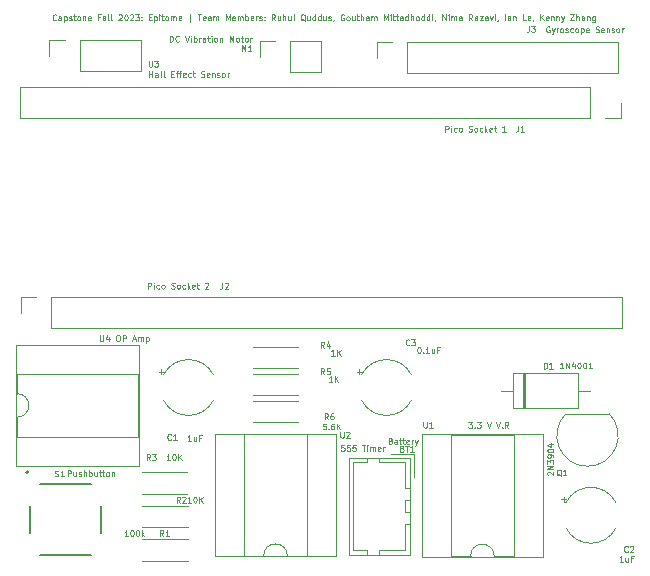
<source format=gbr>
%TF.GenerationSoftware,KiCad,Pcbnew,7.0.7*%
%TF.CreationDate,2023-11-13T10:05:20-05:00*%
%TF.ProjectId,Capstone-board-v1,43617073-746f-46e6-952d-626f6172642d,rev?*%
%TF.SameCoordinates,Original*%
%TF.FileFunction,Legend,Top*%
%TF.FilePolarity,Positive*%
%FSLAX46Y46*%
G04 Gerber Fmt 4.6, Leading zero omitted, Abs format (unit mm)*
G04 Created by KiCad (PCBNEW 7.0.7) date 2023-11-13 10:05:20*
%MOMM*%
%LPD*%
G01*
G04 APERTURE LIST*
%ADD10C,0.125000*%
%ADD11C,0.120000*%
%ADD12C,0.200000*%
%ADD13C,0.127000*%
G04 APERTURE END LIST*
D10*
X42085238Y-23084809D02*
X42085238Y-22584809D01*
X42085238Y-22584809D02*
X42251905Y-22941952D01*
X42251905Y-22941952D02*
X42418571Y-22584809D01*
X42418571Y-22584809D02*
X42418571Y-23084809D01*
X42918572Y-23084809D02*
X42632858Y-23084809D01*
X42775715Y-23084809D02*
X42775715Y-22584809D01*
X42775715Y-22584809D02*
X42728096Y-22656238D01*
X42728096Y-22656238D02*
X42680477Y-22703857D01*
X42680477Y-22703857D02*
X42632858Y-22727666D01*
X34229047Y-23884809D02*
X34229047Y-24289571D01*
X34229047Y-24289571D02*
X34252857Y-24337190D01*
X34252857Y-24337190D02*
X34276666Y-24361000D01*
X34276666Y-24361000D02*
X34324285Y-24384809D01*
X34324285Y-24384809D02*
X34419523Y-24384809D01*
X34419523Y-24384809D02*
X34467142Y-24361000D01*
X34467142Y-24361000D02*
X34490952Y-24337190D01*
X34490952Y-24337190D02*
X34514761Y-24289571D01*
X34514761Y-24289571D02*
X34514761Y-23884809D01*
X34705238Y-23884809D02*
X35014762Y-23884809D01*
X35014762Y-23884809D02*
X34848095Y-24075285D01*
X34848095Y-24075285D02*
X34919524Y-24075285D01*
X34919524Y-24075285D02*
X34967143Y-24099095D01*
X34967143Y-24099095D02*
X34990952Y-24122904D01*
X34990952Y-24122904D02*
X35014762Y-24170523D01*
X35014762Y-24170523D02*
X35014762Y-24289571D01*
X35014762Y-24289571D02*
X34990952Y-24337190D01*
X34990952Y-24337190D02*
X34967143Y-24361000D01*
X34967143Y-24361000D02*
X34919524Y-24384809D01*
X34919524Y-24384809D02*
X34776667Y-24384809D01*
X34776667Y-24384809D02*
X34729048Y-24361000D01*
X34729048Y-24361000D02*
X34705238Y-24337190D01*
X26393338Y-20427190D02*
X26369529Y-20451000D01*
X26369529Y-20451000D02*
X26298100Y-20474809D01*
X26298100Y-20474809D02*
X26250481Y-20474809D01*
X26250481Y-20474809D02*
X26179053Y-20451000D01*
X26179053Y-20451000D02*
X26131434Y-20403380D01*
X26131434Y-20403380D02*
X26107624Y-20355761D01*
X26107624Y-20355761D02*
X26083815Y-20260523D01*
X26083815Y-20260523D02*
X26083815Y-20189095D01*
X26083815Y-20189095D02*
X26107624Y-20093857D01*
X26107624Y-20093857D02*
X26131434Y-20046238D01*
X26131434Y-20046238D02*
X26179053Y-19998619D01*
X26179053Y-19998619D02*
X26250481Y-19974809D01*
X26250481Y-19974809D02*
X26298100Y-19974809D01*
X26298100Y-19974809D02*
X26369529Y-19998619D01*
X26369529Y-19998619D02*
X26393338Y-20022428D01*
X26821910Y-20474809D02*
X26821910Y-20212904D01*
X26821910Y-20212904D02*
X26798100Y-20165285D01*
X26798100Y-20165285D02*
X26750481Y-20141476D01*
X26750481Y-20141476D02*
X26655243Y-20141476D01*
X26655243Y-20141476D02*
X26607624Y-20165285D01*
X26821910Y-20451000D02*
X26774291Y-20474809D01*
X26774291Y-20474809D02*
X26655243Y-20474809D01*
X26655243Y-20474809D02*
X26607624Y-20451000D01*
X26607624Y-20451000D02*
X26583815Y-20403380D01*
X26583815Y-20403380D02*
X26583815Y-20355761D01*
X26583815Y-20355761D02*
X26607624Y-20308142D01*
X26607624Y-20308142D02*
X26655243Y-20284333D01*
X26655243Y-20284333D02*
X26774291Y-20284333D01*
X26774291Y-20284333D02*
X26821910Y-20260523D01*
X27060005Y-20141476D02*
X27060005Y-20641476D01*
X27060005Y-20165285D02*
X27107624Y-20141476D01*
X27107624Y-20141476D02*
X27202862Y-20141476D01*
X27202862Y-20141476D02*
X27250481Y-20165285D01*
X27250481Y-20165285D02*
X27274291Y-20189095D01*
X27274291Y-20189095D02*
X27298100Y-20236714D01*
X27298100Y-20236714D02*
X27298100Y-20379571D01*
X27298100Y-20379571D02*
X27274291Y-20427190D01*
X27274291Y-20427190D02*
X27250481Y-20451000D01*
X27250481Y-20451000D02*
X27202862Y-20474809D01*
X27202862Y-20474809D02*
X27107624Y-20474809D01*
X27107624Y-20474809D02*
X27060005Y-20451000D01*
X27488577Y-20451000D02*
X27536196Y-20474809D01*
X27536196Y-20474809D02*
X27631434Y-20474809D01*
X27631434Y-20474809D02*
X27679053Y-20451000D01*
X27679053Y-20451000D02*
X27702862Y-20403380D01*
X27702862Y-20403380D02*
X27702862Y-20379571D01*
X27702862Y-20379571D02*
X27679053Y-20331952D01*
X27679053Y-20331952D02*
X27631434Y-20308142D01*
X27631434Y-20308142D02*
X27560005Y-20308142D01*
X27560005Y-20308142D02*
X27512386Y-20284333D01*
X27512386Y-20284333D02*
X27488577Y-20236714D01*
X27488577Y-20236714D02*
X27488577Y-20212904D01*
X27488577Y-20212904D02*
X27512386Y-20165285D01*
X27512386Y-20165285D02*
X27560005Y-20141476D01*
X27560005Y-20141476D02*
X27631434Y-20141476D01*
X27631434Y-20141476D02*
X27679053Y-20165285D01*
X27845720Y-20141476D02*
X28036196Y-20141476D01*
X27917148Y-19974809D02*
X27917148Y-20403380D01*
X27917148Y-20403380D02*
X27940958Y-20451000D01*
X27940958Y-20451000D02*
X27988577Y-20474809D01*
X27988577Y-20474809D02*
X28036196Y-20474809D01*
X28274291Y-20474809D02*
X28226672Y-20451000D01*
X28226672Y-20451000D02*
X28202862Y-20427190D01*
X28202862Y-20427190D02*
X28179053Y-20379571D01*
X28179053Y-20379571D02*
X28179053Y-20236714D01*
X28179053Y-20236714D02*
X28202862Y-20189095D01*
X28202862Y-20189095D02*
X28226672Y-20165285D01*
X28226672Y-20165285D02*
X28274291Y-20141476D01*
X28274291Y-20141476D02*
X28345719Y-20141476D01*
X28345719Y-20141476D02*
X28393338Y-20165285D01*
X28393338Y-20165285D02*
X28417148Y-20189095D01*
X28417148Y-20189095D02*
X28440957Y-20236714D01*
X28440957Y-20236714D02*
X28440957Y-20379571D01*
X28440957Y-20379571D02*
X28417148Y-20427190D01*
X28417148Y-20427190D02*
X28393338Y-20451000D01*
X28393338Y-20451000D02*
X28345719Y-20474809D01*
X28345719Y-20474809D02*
X28274291Y-20474809D01*
X28655243Y-20141476D02*
X28655243Y-20474809D01*
X28655243Y-20189095D02*
X28679053Y-20165285D01*
X28679053Y-20165285D02*
X28726672Y-20141476D01*
X28726672Y-20141476D02*
X28798100Y-20141476D01*
X28798100Y-20141476D02*
X28845719Y-20165285D01*
X28845719Y-20165285D02*
X28869529Y-20212904D01*
X28869529Y-20212904D02*
X28869529Y-20474809D01*
X29298100Y-20451000D02*
X29250481Y-20474809D01*
X29250481Y-20474809D02*
X29155243Y-20474809D01*
X29155243Y-20474809D02*
X29107624Y-20451000D01*
X29107624Y-20451000D02*
X29083815Y-20403380D01*
X29083815Y-20403380D02*
X29083815Y-20212904D01*
X29083815Y-20212904D02*
X29107624Y-20165285D01*
X29107624Y-20165285D02*
X29155243Y-20141476D01*
X29155243Y-20141476D02*
X29250481Y-20141476D01*
X29250481Y-20141476D02*
X29298100Y-20165285D01*
X29298100Y-20165285D02*
X29321910Y-20212904D01*
X29321910Y-20212904D02*
X29321910Y-20260523D01*
X29321910Y-20260523D02*
X29083815Y-20308142D01*
X30083814Y-20212904D02*
X29917147Y-20212904D01*
X29917147Y-20474809D02*
X29917147Y-19974809D01*
X29917147Y-19974809D02*
X30155242Y-19974809D01*
X30560004Y-20474809D02*
X30560004Y-20212904D01*
X30560004Y-20212904D02*
X30536194Y-20165285D01*
X30536194Y-20165285D02*
X30488575Y-20141476D01*
X30488575Y-20141476D02*
X30393337Y-20141476D01*
X30393337Y-20141476D02*
X30345718Y-20165285D01*
X30560004Y-20451000D02*
X30512385Y-20474809D01*
X30512385Y-20474809D02*
X30393337Y-20474809D01*
X30393337Y-20474809D02*
X30345718Y-20451000D01*
X30345718Y-20451000D02*
X30321909Y-20403380D01*
X30321909Y-20403380D02*
X30321909Y-20355761D01*
X30321909Y-20355761D02*
X30345718Y-20308142D01*
X30345718Y-20308142D02*
X30393337Y-20284333D01*
X30393337Y-20284333D02*
X30512385Y-20284333D01*
X30512385Y-20284333D02*
X30560004Y-20260523D01*
X30869528Y-20474809D02*
X30821909Y-20451000D01*
X30821909Y-20451000D02*
X30798099Y-20403380D01*
X30798099Y-20403380D02*
X30798099Y-19974809D01*
X31131433Y-20474809D02*
X31083814Y-20451000D01*
X31083814Y-20451000D02*
X31060004Y-20403380D01*
X31060004Y-20403380D02*
X31060004Y-19974809D01*
X31679052Y-20022428D02*
X31702861Y-19998619D01*
X31702861Y-19998619D02*
X31750480Y-19974809D01*
X31750480Y-19974809D02*
X31869528Y-19974809D01*
X31869528Y-19974809D02*
X31917147Y-19998619D01*
X31917147Y-19998619D02*
X31940956Y-20022428D01*
X31940956Y-20022428D02*
X31964766Y-20070047D01*
X31964766Y-20070047D02*
X31964766Y-20117666D01*
X31964766Y-20117666D02*
X31940956Y-20189095D01*
X31940956Y-20189095D02*
X31655242Y-20474809D01*
X31655242Y-20474809D02*
X31964766Y-20474809D01*
X32274289Y-19974809D02*
X32321908Y-19974809D01*
X32321908Y-19974809D02*
X32369527Y-19998619D01*
X32369527Y-19998619D02*
X32393337Y-20022428D01*
X32393337Y-20022428D02*
X32417146Y-20070047D01*
X32417146Y-20070047D02*
X32440956Y-20165285D01*
X32440956Y-20165285D02*
X32440956Y-20284333D01*
X32440956Y-20284333D02*
X32417146Y-20379571D01*
X32417146Y-20379571D02*
X32393337Y-20427190D01*
X32393337Y-20427190D02*
X32369527Y-20451000D01*
X32369527Y-20451000D02*
X32321908Y-20474809D01*
X32321908Y-20474809D02*
X32274289Y-20474809D01*
X32274289Y-20474809D02*
X32226670Y-20451000D01*
X32226670Y-20451000D02*
X32202861Y-20427190D01*
X32202861Y-20427190D02*
X32179051Y-20379571D01*
X32179051Y-20379571D02*
X32155242Y-20284333D01*
X32155242Y-20284333D02*
X32155242Y-20165285D01*
X32155242Y-20165285D02*
X32179051Y-20070047D01*
X32179051Y-20070047D02*
X32202861Y-20022428D01*
X32202861Y-20022428D02*
X32226670Y-19998619D01*
X32226670Y-19998619D02*
X32274289Y-19974809D01*
X32631432Y-20022428D02*
X32655241Y-19998619D01*
X32655241Y-19998619D02*
X32702860Y-19974809D01*
X32702860Y-19974809D02*
X32821908Y-19974809D01*
X32821908Y-19974809D02*
X32869527Y-19998619D01*
X32869527Y-19998619D02*
X32893336Y-20022428D01*
X32893336Y-20022428D02*
X32917146Y-20070047D01*
X32917146Y-20070047D02*
X32917146Y-20117666D01*
X32917146Y-20117666D02*
X32893336Y-20189095D01*
X32893336Y-20189095D02*
X32607622Y-20474809D01*
X32607622Y-20474809D02*
X32917146Y-20474809D01*
X33083812Y-19974809D02*
X33393336Y-19974809D01*
X33393336Y-19974809D02*
X33226669Y-20165285D01*
X33226669Y-20165285D02*
X33298098Y-20165285D01*
X33298098Y-20165285D02*
X33345717Y-20189095D01*
X33345717Y-20189095D02*
X33369526Y-20212904D01*
X33369526Y-20212904D02*
X33393336Y-20260523D01*
X33393336Y-20260523D02*
X33393336Y-20379571D01*
X33393336Y-20379571D02*
X33369526Y-20427190D01*
X33369526Y-20427190D02*
X33345717Y-20451000D01*
X33345717Y-20451000D02*
X33298098Y-20474809D01*
X33298098Y-20474809D02*
X33155241Y-20474809D01*
X33155241Y-20474809D02*
X33107622Y-20451000D01*
X33107622Y-20451000D02*
X33083812Y-20427190D01*
X33607621Y-20427190D02*
X33631431Y-20451000D01*
X33631431Y-20451000D02*
X33607621Y-20474809D01*
X33607621Y-20474809D02*
X33583812Y-20451000D01*
X33583812Y-20451000D02*
X33607621Y-20427190D01*
X33607621Y-20427190D02*
X33607621Y-20474809D01*
X33607621Y-20165285D02*
X33631431Y-20189095D01*
X33631431Y-20189095D02*
X33607621Y-20212904D01*
X33607621Y-20212904D02*
X33583812Y-20189095D01*
X33583812Y-20189095D02*
X33607621Y-20165285D01*
X33607621Y-20165285D02*
X33607621Y-20212904D01*
X34226668Y-20212904D02*
X34393335Y-20212904D01*
X34464763Y-20474809D02*
X34226668Y-20474809D01*
X34226668Y-20474809D02*
X34226668Y-19974809D01*
X34226668Y-19974809D02*
X34464763Y-19974809D01*
X34679049Y-20141476D02*
X34679049Y-20641476D01*
X34679049Y-20165285D02*
X34726668Y-20141476D01*
X34726668Y-20141476D02*
X34821906Y-20141476D01*
X34821906Y-20141476D02*
X34869525Y-20165285D01*
X34869525Y-20165285D02*
X34893335Y-20189095D01*
X34893335Y-20189095D02*
X34917144Y-20236714D01*
X34917144Y-20236714D02*
X34917144Y-20379571D01*
X34917144Y-20379571D02*
X34893335Y-20427190D01*
X34893335Y-20427190D02*
X34869525Y-20451000D01*
X34869525Y-20451000D02*
X34821906Y-20474809D01*
X34821906Y-20474809D02*
X34726668Y-20474809D01*
X34726668Y-20474809D02*
X34679049Y-20451000D01*
X35131430Y-20474809D02*
X35131430Y-20141476D01*
X35131430Y-19974809D02*
X35107621Y-19998619D01*
X35107621Y-19998619D02*
X35131430Y-20022428D01*
X35131430Y-20022428D02*
X35155240Y-19998619D01*
X35155240Y-19998619D02*
X35131430Y-19974809D01*
X35131430Y-19974809D02*
X35131430Y-20022428D01*
X35298097Y-20141476D02*
X35488573Y-20141476D01*
X35369525Y-19974809D02*
X35369525Y-20403380D01*
X35369525Y-20403380D02*
X35393335Y-20451000D01*
X35393335Y-20451000D02*
X35440954Y-20474809D01*
X35440954Y-20474809D02*
X35488573Y-20474809D01*
X35726668Y-20474809D02*
X35679049Y-20451000D01*
X35679049Y-20451000D02*
X35655239Y-20427190D01*
X35655239Y-20427190D02*
X35631430Y-20379571D01*
X35631430Y-20379571D02*
X35631430Y-20236714D01*
X35631430Y-20236714D02*
X35655239Y-20189095D01*
X35655239Y-20189095D02*
X35679049Y-20165285D01*
X35679049Y-20165285D02*
X35726668Y-20141476D01*
X35726668Y-20141476D02*
X35798096Y-20141476D01*
X35798096Y-20141476D02*
X35845715Y-20165285D01*
X35845715Y-20165285D02*
X35869525Y-20189095D01*
X35869525Y-20189095D02*
X35893334Y-20236714D01*
X35893334Y-20236714D02*
X35893334Y-20379571D01*
X35893334Y-20379571D02*
X35869525Y-20427190D01*
X35869525Y-20427190D02*
X35845715Y-20451000D01*
X35845715Y-20451000D02*
X35798096Y-20474809D01*
X35798096Y-20474809D02*
X35726668Y-20474809D01*
X36107620Y-20474809D02*
X36107620Y-20141476D01*
X36107620Y-20189095D02*
X36131430Y-20165285D01*
X36131430Y-20165285D02*
X36179049Y-20141476D01*
X36179049Y-20141476D02*
X36250477Y-20141476D01*
X36250477Y-20141476D02*
X36298096Y-20165285D01*
X36298096Y-20165285D02*
X36321906Y-20212904D01*
X36321906Y-20212904D02*
X36321906Y-20474809D01*
X36321906Y-20212904D02*
X36345715Y-20165285D01*
X36345715Y-20165285D02*
X36393334Y-20141476D01*
X36393334Y-20141476D02*
X36464763Y-20141476D01*
X36464763Y-20141476D02*
X36512382Y-20165285D01*
X36512382Y-20165285D02*
X36536192Y-20212904D01*
X36536192Y-20212904D02*
X36536192Y-20474809D01*
X36964763Y-20451000D02*
X36917144Y-20474809D01*
X36917144Y-20474809D02*
X36821906Y-20474809D01*
X36821906Y-20474809D02*
X36774287Y-20451000D01*
X36774287Y-20451000D02*
X36750478Y-20403380D01*
X36750478Y-20403380D02*
X36750478Y-20212904D01*
X36750478Y-20212904D02*
X36774287Y-20165285D01*
X36774287Y-20165285D02*
X36821906Y-20141476D01*
X36821906Y-20141476D02*
X36917144Y-20141476D01*
X36917144Y-20141476D02*
X36964763Y-20165285D01*
X36964763Y-20165285D02*
X36988573Y-20212904D01*
X36988573Y-20212904D02*
X36988573Y-20260523D01*
X36988573Y-20260523D02*
X36750478Y-20308142D01*
X37702858Y-20641476D02*
X37702858Y-19927190D01*
X38369524Y-19974809D02*
X38655238Y-19974809D01*
X38512381Y-20474809D02*
X38512381Y-19974809D01*
X39012380Y-20451000D02*
X38964761Y-20474809D01*
X38964761Y-20474809D02*
X38869523Y-20474809D01*
X38869523Y-20474809D02*
X38821904Y-20451000D01*
X38821904Y-20451000D02*
X38798095Y-20403380D01*
X38798095Y-20403380D02*
X38798095Y-20212904D01*
X38798095Y-20212904D02*
X38821904Y-20165285D01*
X38821904Y-20165285D02*
X38869523Y-20141476D01*
X38869523Y-20141476D02*
X38964761Y-20141476D01*
X38964761Y-20141476D02*
X39012380Y-20165285D01*
X39012380Y-20165285D02*
X39036190Y-20212904D01*
X39036190Y-20212904D02*
X39036190Y-20260523D01*
X39036190Y-20260523D02*
X38798095Y-20308142D01*
X39464761Y-20474809D02*
X39464761Y-20212904D01*
X39464761Y-20212904D02*
X39440951Y-20165285D01*
X39440951Y-20165285D02*
X39393332Y-20141476D01*
X39393332Y-20141476D02*
X39298094Y-20141476D01*
X39298094Y-20141476D02*
X39250475Y-20165285D01*
X39464761Y-20451000D02*
X39417142Y-20474809D01*
X39417142Y-20474809D02*
X39298094Y-20474809D01*
X39298094Y-20474809D02*
X39250475Y-20451000D01*
X39250475Y-20451000D02*
X39226666Y-20403380D01*
X39226666Y-20403380D02*
X39226666Y-20355761D01*
X39226666Y-20355761D02*
X39250475Y-20308142D01*
X39250475Y-20308142D02*
X39298094Y-20284333D01*
X39298094Y-20284333D02*
X39417142Y-20284333D01*
X39417142Y-20284333D02*
X39464761Y-20260523D01*
X39702856Y-20474809D02*
X39702856Y-20141476D01*
X39702856Y-20189095D02*
X39726666Y-20165285D01*
X39726666Y-20165285D02*
X39774285Y-20141476D01*
X39774285Y-20141476D02*
X39845713Y-20141476D01*
X39845713Y-20141476D02*
X39893332Y-20165285D01*
X39893332Y-20165285D02*
X39917142Y-20212904D01*
X39917142Y-20212904D02*
X39917142Y-20474809D01*
X39917142Y-20212904D02*
X39940951Y-20165285D01*
X39940951Y-20165285D02*
X39988570Y-20141476D01*
X39988570Y-20141476D02*
X40059999Y-20141476D01*
X40059999Y-20141476D02*
X40107618Y-20165285D01*
X40107618Y-20165285D02*
X40131428Y-20212904D01*
X40131428Y-20212904D02*
X40131428Y-20474809D01*
X40750475Y-20474809D02*
X40750475Y-19974809D01*
X40750475Y-19974809D02*
X40917142Y-20331952D01*
X40917142Y-20331952D02*
X41083808Y-19974809D01*
X41083808Y-19974809D02*
X41083808Y-20474809D01*
X41512380Y-20451000D02*
X41464761Y-20474809D01*
X41464761Y-20474809D02*
X41369523Y-20474809D01*
X41369523Y-20474809D02*
X41321904Y-20451000D01*
X41321904Y-20451000D02*
X41298095Y-20403380D01*
X41298095Y-20403380D02*
X41298095Y-20212904D01*
X41298095Y-20212904D02*
X41321904Y-20165285D01*
X41321904Y-20165285D02*
X41369523Y-20141476D01*
X41369523Y-20141476D02*
X41464761Y-20141476D01*
X41464761Y-20141476D02*
X41512380Y-20165285D01*
X41512380Y-20165285D02*
X41536190Y-20212904D01*
X41536190Y-20212904D02*
X41536190Y-20260523D01*
X41536190Y-20260523D02*
X41298095Y-20308142D01*
X41750475Y-20474809D02*
X41750475Y-20141476D01*
X41750475Y-20189095D02*
X41774285Y-20165285D01*
X41774285Y-20165285D02*
X41821904Y-20141476D01*
X41821904Y-20141476D02*
X41893332Y-20141476D01*
X41893332Y-20141476D02*
X41940951Y-20165285D01*
X41940951Y-20165285D02*
X41964761Y-20212904D01*
X41964761Y-20212904D02*
X41964761Y-20474809D01*
X41964761Y-20212904D02*
X41988570Y-20165285D01*
X41988570Y-20165285D02*
X42036189Y-20141476D01*
X42036189Y-20141476D02*
X42107618Y-20141476D01*
X42107618Y-20141476D02*
X42155237Y-20165285D01*
X42155237Y-20165285D02*
X42179047Y-20212904D01*
X42179047Y-20212904D02*
X42179047Y-20474809D01*
X42417142Y-20474809D02*
X42417142Y-19974809D01*
X42417142Y-20165285D02*
X42464761Y-20141476D01*
X42464761Y-20141476D02*
X42559999Y-20141476D01*
X42559999Y-20141476D02*
X42607618Y-20165285D01*
X42607618Y-20165285D02*
X42631428Y-20189095D01*
X42631428Y-20189095D02*
X42655237Y-20236714D01*
X42655237Y-20236714D02*
X42655237Y-20379571D01*
X42655237Y-20379571D02*
X42631428Y-20427190D01*
X42631428Y-20427190D02*
X42607618Y-20451000D01*
X42607618Y-20451000D02*
X42559999Y-20474809D01*
X42559999Y-20474809D02*
X42464761Y-20474809D01*
X42464761Y-20474809D02*
X42417142Y-20451000D01*
X43059999Y-20451000D02*
X43012380Y-20474809D01*
X43012380Y-20474809D02*
X42917142Y-20474809D01*
X42917142Y-20474809D02*
X42869523Y-20451000D01*
X42869523Y-20451000D02*
X42845714Y-20403380D01*
X42845714Y-20403380D02*
X42845714Y-20212904D01*
X42845714Y-20212904D02*
X42869523Y-20165285D01*
X42869523Y-20165285D02*
X42917142Y-20141476D01*
X42917142Y-20141476D02*
X43012380Y-20141476D01*
X43012380Y-20141476D02*
X43059999Y-20165285D01*
X43059999Y-20165285D02*
X43083809Y-20212904D01*
X43083809Y-20212904D02*
X43083809Y-20260523D01*
X43083809Y-20260523D02*
X42845714Y-20308142D01*
X43298094Y-20474809D02*
X43298094Y-20141476D01*
X43298094Y-20236714D02*
X43321904Y-20189095D01*
X43321904Y-20189095D02*
X43345713Y-20165285D01*
X43345713Y-20165285D02*
X43393332Y-20141476D01*
X43393332Y-20141476D02*
X43440951Y-20141476D01*
X43583809Y-20451000D02*
X43631428Y-20474809D01*
X43631428Y-20474809D02*
X43726666Y-20474809D01*
X43726666Y-20474809D02*
X43774285Y-20451000D01*
X43774285Y-20451000D02*
X43798094Y-20403380D01*
X43798094Y-20403380D02*
X43798094Y-20379571D01*
X43798094Y-20379571D02*
X43774285Y-20331952D01*
X43774285Y-20331952D02*
X43726666Y-20308142D01*
X43726666Y-20308142D02*
X43655237Y-20308142D01*
X43655237Y-20308142D02*
X43607618Y-20284333D01*
X43607618Y-20284333D02*
X43583809Y-20236714D01*
X43583809Y-20236714D02*
X43583809Y-20212904D01*
X43583809Y-20212904D02*
X43607618Y-20165285D01*
X43607618Y-20165285D02*
X43655237Y-20141476D01*
X43655237Y-20141476D02*
X43726666Y-20141476D01*
X43726666Y-20141476D02*
X43774285Y-20165285D01*
X44012380Y-20427190D02*
X44036190Y-20451000D01*
X44036190Y-20451000D02*
X44012380Y-20474809D01*
X44012380Y-20474809D02*
X43988571Y-20451000D01*
X43988571Y-20451000D02*
X44012380Y-20427190D01*
X44012380Y-20427190D02*
X44012380Y-20474809D01*
X44012380Y-20165285D02*
X44036190Y-20189095D01*
X44036190Y-20189095D02*
X44012380Y-20212904D01*
X44012380Y-20212904D02*
X43988571Y-20189095D01*
X43988571Y-20189095D02*
X44012380Y-20165285D01*
X44012380Y-20165285D02*
X44012380Y-20212904D01*
X44917141Y-20474809D02*
X44750475Y-20236714D01*
X44631427Y-20474809D02*
X44631427Y-19974809D01*
X44631427Y-19974809D02*
X44821903Y-19974809D01*
X44821903Y-19974809D02*
X44869522Y-19998619D01*
X44869522Y-19998619D02*
X44893332Y-20022428D01*
X44893332Y-20022428D02*
X44917141Y-20070047D01*
X44917141Y-20070047D02*
X44917141Y-20141476D01*
X44917141Y-20141476D02*
X44893332Y-20189095D01*
X44893332Y-20189095D02*
X44869522Y-20212904D01*
X44869522Y-20212904D02*
X44821903Y-20236714D01*
X44821903Y-20236714D02*
X44631427Y-20236714D01*
X45345713Y-20141476D02*
X45345713Y-20474809D01*
X45131427Y-20141476D02*
X45131427Y-20403380D01*
X45131427Y-20403380D02*
X45155237Y-20451000D01*
X45155237Y-20451000D02*
X45202856Y-20474809D01*
X45202856Y-20474809D02*
X45274284Y-20474809D01*
X45274284Y-20474809D02*
X45321903Y-20451000D01*
X45321903Y-20451000D02*
X45345713Y-20427190D01*
X45583808Y-20474809D02*
X45583808Y-19974809D01*
X45798094Y-20474809D02*
X45798094Y-20212904D01*
X45798094Y-20212904D02*
X45774284Y-20165285D01*
X45774284Y-20165285D02*
X45726665Y-20141476D01*
X45726665Y-20141476D02*
X45655237Y-20141476D01*
X45655237Y-20141476D02*
X45607618Y-20165285D01*
X45607618Y-20165285D02*
X45583808Y-20189095D01*
X46250475Y-20141476D02*
X46250475Y-20474809D01*
X46036189Y-20141476D02*
X46036189Y-20403380D01*
X46036189Y-20403380D02*
X46059999Y-20451000D01*
X46059999Y-20451000D02*
X46107618Y-20474809D01*
X46107618Y-20474809D02*
X46179046Y-20474809D01*
X46179046Y-20474809D02*
X46226665Y-20451000D01*
X46226665Y-20451000D02*
X46250475Y-20427190D01*
X46559999Y-20474809D02*
X46512380Y-20451000D01*
X46512380Y-20451000D02*
X46488570Y-20403380D01*
X46488570Y-20403380D02*
X46488570Y-19974809D01*
X47464760Y-20522428D02*
X47417141Y-20498619D01*
X47417141Y-20498619D02*
X47369522Y-20451000D01*
X47369522Y-20451000D02*
X47298094Y-20379571D01*
X47298094Y-20379571D02*
X47250475Y-20355761D01*
X47250475Y-20355761D02*
X47202856Y-20355761D01*
X47226665Y-20474809D02*
X47179046Y-20451000D01*
X47179046Y-20451000D02*
X47131427Y-20403380D01*
X47131427Y-20403380D02*
X47107618Y-20308142D01*
X47107618Y-20308142D02*
X47107618Y-20141476D01*
X47107618Y-20141476D02*
X47131427Y-20046238D01*
X47131427Y-20046238D02*
X47179046Y-19998619D01*
X47179046Y-19998619D02*
X47226665Y-19974809D01*
X47226665Y-19974809D02*
X47321903Y-19974809D01*
X47321903Y-19974809D02*
X47369522Y-19998619D01*
X47369522Y-19998619D02*
X47417141Y-20046238D01*
X47417141Y-20046238D02*
X47440951Y-20141476D01*
X47440951Y-20141476D02*
X47440951Y-20308142D01*
X47440951Y-20308142D02*
X47417141Y-20403380D01*
X47417141Y-20403380D02*
X47369522Y-20451000D01*
X47369522Y-20451000D02*
X47321903Y-20474809D01*
X47321903Y-20474809D02*
X47226665Y-20474809D01*
X47869523Y-20141476D02*
X47869523Y-20474809D01*
X47655237Y-20141476D02*
X47655237Y-20403380D01*
X47655237Y-20403380D02*
X47679047Y-20451000D01*
X47679047Y-20451000D02*
X47726666Y-20474809D01*
X47726666Y-20474809D02*
X47798094Y-20474809D01*
X47798094Y-20474809D02*
X47845713Y-20451000D01*
X47845713Y-20451000D02*
X47869523Y-20427190D01*
X48321904Y-20474809D02*
X48321904Y-19974809D01*
X48321904Y-20451000D02*
X48274285Y-20474809D01*
X48274285Y-20474809D02*
X48179047Y-20474809D01*
X48179047Y-20474809D02*
X48131428Y-20451000D01*
X48131428Y-20451000D02*
X48107618Y-20427190D01*
X48107618Y-20427190D02*
X48083809Y-20379571D01*
X48083809Y-20379571D02*
X48083809Y-20236714D01*
X48083809Y-20236714D02*
X48107618Y-20189095D01*
X48107618Y-20189095D02*
X48131428Y-20165285D01*
X48131428Y-20165285D02*
X48179047Y-20141476D01*
X48179047Y-20141476D02*
X48274285Y-20141476D01*
X48274285Y-20141476D02*
X48321904Y-20165285D01*
X48774285Y-20474809D02*
X48774285Y-19974809D01*
X48774285Y-20451000D02*
X48726666Y-20474809D01*
X48726666Y-20474809D02*
X48631428Y-20474809D01*
X48631428Y-20474809D02*
X48583809Y-20451000D01*
X48583809Y-20451000D02*
X48559999Y-20427190D01*
X48559999Y-20427190D02*
X48536190Y-20379571D01*
X48536190Y-20379571D02*
X48536190Y-20236714D01*
X48536190Y-20236714D02*
X48559999Y-20189095D01*
X48559999Y-20189095D02*
X48583809Y-20165285D01*
X48583809Y-20165285D02*
X48631428Y-20141476D01*
X48631428Y-20141476D02*
X48726666Y-20141476D01*
X48726666Y-20141476D02*
X48774285Y-20165285D01*
X49226666Y-20141476D02*
X49226666Y-20474809D01*
X49012380Y-20141476D02*
X49012380Y-20403380D01*
X49012380Y-20403380D02*
X49036190Y-20451000D01*
X49036190Y-20451000D02*
X49083809Y-20474809D01*
X49083809Y-20474809D02*
X49155237Y-20474809D01*
X49155237Y-20474809D02*
X49202856Y-20451000D01*
X49202856Y-20451000D02*
X49226666Y-20427190D01*
X49440952Y-20451000D02*
X49488571Y-20474809D01*
X49488571Y-20474809D02*
X49583809Y-20474809D01*
X49583809Y-20474809D02*
X49631428Y-20451000D01*
X49631428Y-20451000D02*
X49655237Y-20403380D01*
X49655237Y-20403380D02*
X49655237Y-20379571D01*
X49655237Y-20379571D02*
X49631428Y-20331952D01*
X49631428Y-20331952D02*
X49583809Y-20308142D01*
X49583809Y-20308142D02*
X49512380Y-20308142D01*
X49512380Y-20308142D02*
X49464761Y-20284333D01*
X49464761Y-20284333D02*
X49440952Y-20236714D01*
X49440952Y-20236714D02*
X49440952Y-20212904D01*
X49440952Y-20212904D02*
X49464761Y-20165285D01*
X49464761Y-20165285D02*
X49512380Y-20141476D01*
X49512380Y-20141476D02*
X49583809Y-20141476D01*
X49583809Y-20141476D02*
X49631428Y-20165285D01*
X49893333Y-20451000D02*
X49893333Y-20474809D01*
X49893333Y-20474809D02*
X49869523Y-20522428D01*
X49869523Y-20522428D02*
X49845714Y-20546238D01*
X50750475Y-19998619D02*
X50702856Y-19974809D01*
X50702856Y-19974809D02*
X50631427Y-19974809D01*
X50631427Y-19974809D02*
X50559999Y-19998619D01*
X50559999Y-19998619D02*
X50512380Y-20046238D01*
X50512380Y-20046238D02*
X50488570Y-20093857D01*
X50488570Y-20093857D02*
X50464761Y-20189095D01*
X50464761Y-20189095D02*
X50464761Y-20260523D01*
X50464761Y-20260523D02*
X50488570Y-20355761D01*
X50488570Y-20355761D02*
X50512380Y-20403380D01*
X50512380Y-20403380D02*
X50559999Y-20451000D01*
X50559999Y-20451000D02*
X50631427Y-20474809D01*
X50631427Y-20474809D02*
X50679046Y-20474809D01*
X50679046Y-20474809D02*
X50750475Y-20451000D01*
X50750475Y-20451000D02*
X50774284Y-20427190D01*
X50774284Y-20427190D02*
X50774284Y-20260523D01*
X50774284Y-20260523D02*
X50679046Y-20260523D01*
X51059999Y-20474809D02*
X51012380Y-20451000D01*
X51012380Y-20451000D02*
X50988570Y-20427190D01*
X50988570Y-20427190D02*
X50964761Y-20379571D01*
X50964761Y-20379571D02*
X50964761Y-20236714D01*
X50964761Y-20236714D02*
X50988570Y-20189095D01*
X50988570Y-20189095D02*
X51012380Y-20165285D01*
X51012380Y-20165285D02*
X51059999Y-20141476D01*
X51059999Y-20141476D02*
X51131427Y-20141476D01*
X51131427Y-20141476D02*
X51179046Y-20165285D01*
X51179046Y-20165285D02*
X51202856Y-20189095D01*
X51202856Y-20189095D02*
X51226665Y-20236714D01*
X51226665Y-20236714D02*
X51226665Y-20379571D01*
X51226665Y-20379571D02*
X51202856Y-20427190D01*
X51202856Y-20427190D02*
X51179046Y-20451000D01*
X51179046Y-20451000D02*
X51131427Y-20474809D01*
X51131427Y-20474809D02*
X51059999Y-20474809D01*
X51655237Y-20141476D02*
X51655237Y-20474809D01*
X51440951Y-20141476D02*
X51440951Y-20403380D01*
X51440951Y-20403380D02*
X51464761Y-20451000D01*
X51464761Y-20451000D02*
X51512380Y-20474809D01*
X51512380Y-20474809D02*
X51583808Y-20474809D01*
X51583808Y-20474809D02*
X51631427Y-20451000D01*
X51631427Y-20451000D02*
X51655237Y-20427190D01*
X51821904Y-20141476D02*
X52012380Y-20141476D01*
X51893332Y-19974809D02*
X51893332Y-20403380D01*
X51893332Y-20403380D02*
X51917142Y-20451000D01*
X51917142Y-20451000D02*
X51964761Y-20474809D01*
X51964761Y-20474809D02*
X52012380Y-20474809D01*
X52179046Y-20474809D02*
X52179046Y-19974809D01*
X52393332Y-20474809D02*
X52393332Y-20212904D01*
X52393332Y-20212904D02*
X52369522Y-20165285D01*
X52369522Y-20165285D02*
X52321903Y-20141476D01*
X52321903Y-20141476D02*
X52250475Y-20141476D01*
X52250475Y-20141476D02*
X52202856Y-20165285D01*
X52202856Y-20165285D02*
X52179046Y-20189095D01*
X52845713Y-20474809D02*
X52845713Y-20212904D01*
X52845713Y-20212904D02*
X52821903Y-20165285D01*
X52821903Y-20165285D02*
X52774284Y-20141476D01*
X52774284Y-20141476D02*
X52679046Y-20141476D01*
X52679046Y-20141476D02*
X52631427Y-20165285D01*
X52845713Y-20451000D02*
X52798094Y-20474809D01*
X52798094Y-20474809D02*
X52679046Y-20474809D01*
X52679046Y-20474809D02*
X52631427Y-20451000D01*
X52631427Y-20451000D02*
X52607618Y-20403380D01*
X52607618Y-20403380D02*
X52607618Y-20355761D01*
X52607618Y-20355761D02*
X52631427Y-20308142D01*
X52631427Y-20308142D02*
X52679046Y-20284333D01*
X52679046Y-20284333D02*
X52798094Y-20284333D01*
X52798094Y-20284333D02*
X52845713Y-20260523D01*
X53083808Y-20474809D02*
X53083808Y-20141476D01*
X53083808Y-20189095D02*
X53107618Y-20165285D01*
X53107618Y-20165285D02*
X53155237Y-20141476D01*
X53155237Y-20141476D02*
X53226665Y-20141476D01*
X53226665Y-20141476D02*
X53274284Y-20165285D01*
X53274284Y-20165285D02*
X53298094Y-20212904D01*
X53298094Y-20212904D02*
X53298094Y-20474809D01*
X53298094Y-20212904D02*
X53321903Y-20165285D01*
X53321903Y-20165285D02*
X53369522Y-20141476D01*
X53369522Y-20141476D02*
X53440951Y-20141476D01*
X53440951Y-20141476D02*
X53488570Y-20165285D01*
X53488570Y-20165285D02*
X53512380Y-20212904D01*
X53512380Y-20212904D02*
X53512380Y-20474809D01*
X54131427Y-20474809D02*
X54131427Y-19974809D01*
X54131427Y-19974809D02*
X54298094Y-20331952D01*
X54298094Y-20331952D02*
X54464760Y-19974809D01*
X54464760Y-19974809D02*
X54464760Y-20474809D01*
X54702856Y-20474809D02*
X54702856Y-20141476D01*
X54702856Y-19974809D02*
X54679047Y-19998619D01*
X54679047Y-19998619D02*
X54702856Y-20022428D01*
X54702856Y-20022428D02*
X54726666Y-19998619D01*
X54726666Y-19998619D02*
X54702856Y-19974809D01*
X54702856Y-19974809D02*
X54702856Y-20022428D01*
X54869523Y-20141476D02*
X55059999Y-20141476D01*
X54940951Y-19974809D02*
X54940951Y-20403380D01*
X54940951Y-20403380D02*
X54964761Y-20451000D01*
X54964761Y-20451000D02*
X55012380Y-20474809D01*
X55012380Y-20474809D02*
X55059999Y-20474809D01*
X55155237Y-20141476D02*
X55345713Y-20141476D01*
X55226665Y-19974809D02*
X55226665Y-20403380D01*
X55226665Y-20403380D02*
X55250475Y-20451000D01*
X55250475Y-20451000D02*
X55298094Y-20474809D01*
X55298094Y-20474809D02*
X55345713Y-20474809D01*
X55726665Y-20474809D02*
X55726665Y-20212904D01*
X55726665Y-20212904D02*
X55702855Y-20165285D01*
X55702855Y-20165285D02*
X55655236Y-20141476D01*
X55655236Y-20141476D02*
X55559998Y-20141476D01*
X55559998Y-20141476D02*
X55512379Y-20165285D01*
X55726665Y-20451000D02*
X55679046Y-20474809D01*
X55679046Y-20474809D02*
X55559998Y-20474809D01*
X55559998Y-20474809D02*
X55512379Y-20451000D01*
X55512379Y-20451000D02*
X55488570Y-20403380D01*
X55488570Y-20403380D02*
X55488570Y-20355761D01*
X55488570Y-20355761D02*
X55512379Y-20308142D01*
X55512379Y-20308142D02*
X55559998Y-20284333D01*
X55559998Y-20284333D02*
X55679046Y-20284333D01*
X55679046Y-20284333D02*
X55726665Y-20260523D01*
X56179046Y-20474809D02*
X56179046Y-19974809D01*
X56179046Y-20451000D02*
X56131427Y-20474809D01*
X56131427Y-20474809D02*
X56036189Y-20474809D01*
X56036189Y-20474809D02*
X55988570Y-20451000D01*
X55988570Y-20451000D02*
X55964760Y-20427190D01*
X55964760Y-20427190D02*
X55940951Y-20379571D01*
X55940951Y-20379571D02*
X55940951Y-20236714D01*
X55940951Y-20236714D02*
X55964760Y-20189095D01*
X55964760Y-20189095D02*
X55988570Y-20165285D01*
X55988570Y-20165285D02*
X56036189Y-20141476D01*
X56036189Y-20141476D02*
X56131427Y-20141476D01*
X56131427Y-20141476D02*
X56179046Y-20165285D01*
X56417141Y-20474809D02*
X56417141Y-19974809D01*
X56631427Y-20474809D02*
X56631427Y-20212904D01*
X56631427Y-20212904D02*
X56607617Y-20165285D01*
X56607617Y-20165285D02*
X56559998Y-20141476D01*
X56559998Y-20141476D02*
X56488570Y-20141476D01*
X56488570Y-20141476D02*
X56440951Y-20165285D01*
X56440951Y-20165285D02*
X56417141Y-20189095D01*
X56940951Y-20474809D02*
X56893332Y-20451000D01*
X56893332Y-20451000D02*
X56869522Y-20427190D01*
X56869522Y-20427190D02*
X56845713Y-20379571D01*
X56845713Y-20379571D02*
X56845713Y-20236714D01*
X56845713Y-20236714D02*
X56869522Y-20189095D01*
X56869522Y-20189095D02*
X56893332Y-20165285D01*
X56893332Y-20165285D02*
X56940951Y-20141476D01*
X56940951Y-20141476D02*
X57012379Y-20141476D01*
X57012379Y-20141476D02*
X57059998Y-20165285D01*
X57059998Y-20165285D02*
X57083808Y-20189095D01*
X57083808Y-20189095D02*
X57107617Y-20236714D01*
X57107617Y-20236714D02*
X57107617Y-20379571D01*
X57107617Y-20379571D02*
X57083808Y-20427190D01*
X57083808Y-20427190D02*
X57059998Y-20451000D01*
X57059998Y-20451000D02*
X57012379Y-20474809D01*
X57012379Y-20474809D02*
X56940951Y-20474809D01*
X57536189Y-20474809D02*
X57536189Y-19974809D01*
X57536189Y-20451000D02*
X57488570Y-20474809D01*
X57488570Y-20474809D02*
X57393332Y-20474809D01*
X57393332Y-20474809D02*
X57345713Y-20451000D01*
X57345713Y-20451000D02*
X57321903Y-20427190D01*
X57321903Y-20427190D02*
X57298094Y-20379571D01*
X57298094Y-20379571D02*
X57298094Y-20236714D01*
X57298094Y-20236714D02*
X57321903Y-20189095D01*
X57321903Y-20189095D02*
X57345713Y-20165285D01*
X57345713Y-20165285D02*
X57393332Y-20141476D01*
X57393332Y-20141476D02*
X57488570Y-20141476D01*
X57488570Y-20141476D02*
X57536189Y-20165285D01*
X57988570Y-20474809D02*
X57988570Y-19974809D01*
X57988570Y-20451000D02*
X57940951Y-20474809D01*
X57940951Y-20474809D02*
X57845713Y-20474809D01*
X57845713Y-20474809D02*
X57798094Y-20451000D01*
X57798094Y-20451000D02*
X57774284Y-20427190D01*
X57774284Y-20427190D02*
X57750475Y-20379571D01*
X57750475Y-20379571D02*
X57750475Y-20236714D01*
X57750475Y-20236714D02*
X57774284Y-20189095D01*
X57774284Y-20189095D02*
X57798094Y-20165285D01*
X57798094Y-20165285D02*
X57845713Y-20141476D01*
X57845713Y-20141476D02*
X57940951Y-20141476D01*
X57940951Y-20141476D02*
X57988570Y-20165285D01*
X58226665Y-20474809D02*
X58226665Y-20141476D01*
X58226665Y-19974809D02*
X58202856Y-19998619D01*
X58202856Y-19998619D02*
X58226665Y-20022428D01*
X58226665Y-20022428D02*
X58250475Y-19998619D01*
X58250475Y-19998619D02*
X58226665Y-19974809D01*
X58226665Y-19974809D02*
X58226665Y-20022428D01*
X58488570Y-20451000D02*
X58488570Y-20474809D01*
X58488570Y-20474809D02*
X58464760Y-20522428D01*
X58464760Y-20522428D02*
X58440951Y-20546238D01*
X59083807Y-20474809D02*
X59083807Y-19974809D01*
X59083807Y-19974809D02*
X59369521Y-20474809D01*
X59369521Y-20474809D02*
X59369521Y-19974809D01*
X59607617Y-20474809D02*
X59607617Y-20141476D01*
X59607617Y-19974809D02*
X59583808Y-19998619D01*
X59583808Y-19998619D02*
X59607617Y-20022428D01*
X59607617Y-20022428D02*
X59631427Y-19998619D01*
X59631427Y-19998619D02*
X59607617Y-19974809D01*
X59607617Y-19974809D02*
X59607617Y-20022428D01*
X59845712Y-20474809D02*
X59845712Y-20141476D01*
X59845712Y-20189095D02*
X59869522Y-20165285D01*
X59869522Y-20165285D02*
X59917141Y-20141476D01*
X59917141Y-20141476D02*
X59988569Y-20141476D01*
X59988569Y-20141476D02*
X60036188Y-20165285D01*
X60036188Y-20165285D02*
X60059998Y-20212904D01*
X60059998Y-20212904D02*
X60059998Y-20474809D01*
X60059998Y-20212904D02*
X60083807Y-20165285D01*
X60083807Y-20165285D02*
X60131426Y-20141476D01*
X60131426Y-20141476D02*
X60202855Y-20141476D01*
X60202855Y-20141476D02*
X60250474Y-20165285D01*
X60250474Y-20165285D02*
X60274284Y-20212904D01*
X60274284Y-20212904D02*
X60274284Y-20474809D01*
X60726665Y-20474809D02*
X60726665Y-20212904D01*
X60726665Y-20212904D02*
X60702855Y-20165285D01*
X60702855Y-20165285D02*
X60655236Y-20141476D01*
X60655236Y-20141476D02*
X60559998Y-20141476D01*
X60559998Y-20141476D02*
X60512379Y-20165285D01*
X60726665Y-20451000D02*
X60679046Y-20474809D01*
X60679046Y-20474809D02*
X60559998Y-20474809D01*
X60559998Y-20474809D02*
X60512379Y-20451000D01*
X60512379Y-20451000D02*
X60488570Y-20403380D01*
X60488570Y-20403380D02*
X60488570Y-20355761D01*
X60488570Y-20355761D02*
X60512379Y-20308142D01*
X60512379Y-20308142D02*
X60559998Y-20284333D01*
X60559998Y-20284333D02*
X60679046Y-20284333D01*
X60679046Y-20284333D02*
X60726665Y-20260523D01*
X61631426Y-20474809D02*
X61464760Y-20236714D01*
X61345712Y-20474809D02*
X61345712Y-19974809D01*
X61345712Y-19974809D02*
X61536188Y-19974809D01*
X61536188Y-19974809D02*
X61583807Y-19998619D01*
X61583807Y-19998619D02*
X61607617Y-20022428D01*
X61607617Y-20022428D02*
X61631426Y-20070047D01*
X61631426Y-20070047D02*
X61631426Y-20141476D01*
X61631426Y-20141476D02*
X61607617Y-20189095D01*
X61607617Y-20189095D02*
X61583807Y-20212904D01*
X61583807Y-20212904D02*
X61536188Y-20236714D01*
X61536188Y-20236714D02*
X61345712Y-20236714D01*
X62059998Y-20474809D02*
X62059998Y-20212904D01*
X62059998Y-20212904D02*
X62036188Y-20165285D01*
X62036188Y-20165285D02*
X61988569Y-20141476D01*
X61988569Y-20141476D02*
X61893331Y-20141476D01*
X61893331Y-20141476D02*
X61845712Y-20165285D01*
X62059998Y-20451000D02*
X62012379Y-20474809D01*
X62012379Y-20474809D02*
X61893331Y-20474809D01*
X61893331Y-20474809D02*
X61845712Y-20451000D01*
X61845712Y-20451000D02*
X61821903Y-20403380D01*
X61821903Y-20403380D02*
X61821903Y-20355761D01*
X61821903Y-20355761D02*
X61845712Y-20308142D01*
X61845712Y-20308142D02*
X61893331Y-20284333D01*
X61893331Y-20284333D02*
X62012379Y-20284333D01*
X62012379Y-20284333D02*
X62059998Y-20260523D01*
X62250474Y-20141476D02*
X62512379Y-20141476D01*
X62512379Y-20141476D02*
X62250474Y-20474809D01*
X62250474Y-20474809D02*
X62512379Y-20474809D01*
X62917141Y-20474809D02*
X62917141Y-20212904D01*
X62917141Y-20212904D02*
X62893331Y-20165285D01*
X62893331Y-20165285D02*
X62845712Y-20141476D01*
X62845712Y-20141476D02*
X62750474Y-20141476D01*
X62750474Y-20141476D02*
X62702855Y-20165285D01*
X62917141Y-20451000D02*
X62869522Y-20474809D01*
X62869522Y-20474809D02*
X62750474Y-20474809D01*
X62750474Y-20474809D02*
X62702855Y-20451000D01*
X62702855Y-20451000D02*
X62679046Y-20403380D01*
X62679046Y-20403380D02*
X62679046Y-20355761D01*
X62679046Y-20355761D02*
X62702855Y-20308142D01*
X62702855Y-20308142D02*
X62750474Y-20284333D01*
X62750474Y-20284333D02*
X62869522Y-20284333D01*
X62869522Y-20284333D02*
X62917141Y-20260523D01*
X63107617Y-20141476D02*
X63226665Y-20474809D01*
X63226665Y-20474809D02*
X63345712Y-20141476D01*
X63536188Y-20474809D02*
X63536188Y-20141476D01*
X63536188Y-19974809D02*
X63512379Y-19998619D01*
X63512379Y-19998619D02*
X63536188Y-20022428D01*
X63536188Y-20022428D02*
X63559998Y-19998619D01*
X63559998Y-19998619D02*
X63536188Y-19974809D01*
X63536188Y-19974809D02*
X63536188Y-20022428D01*
X63798093Y-20451000D02*
X63798093Y-20474809D01*
X63798093Y-20474809D02*
X63774283Y-20522428D01*
X63774283Y-20522428D02*
X63750474Y-20546238D01*
X64393330Y-20474809D02*
X64393330Y-19974809D01*
X64845711Y-20474809D02*
X64845711Y-20212904D01*
X64845711Y-20212904D02*
X64821901Y-20165285D01*
X64821901Y-20165285D02*
X64774282Y-20141476D01*
X64774282Y-20141476D02*
X64679044Y-20141476D01*
X64679044Y-20141476D02*
X64631425Y-20165285D01*
X64845711Y-20451000D02*
X64798092Y-20474809D01*
X64798092Y-20474809D02*
X64679044Y-20474809D01*
X64679044Y-20474809D02*
X64631425Y-20451000D01*
X64631425Y-20451000D02*
X64607616Y-20403380D01*
X64607616Y-20403380D02*
X64607616Y-20355761D01*
X64607616Y-20355761D02*
X64631425Y-20308142D01*
X64631425Y-20308142D02*
X64679044Y-20284333D01*
X64679044Y-20284333D02*
X64798092Y-20284333D01*
X64798092Y-20284333D02*
X64845711Y-20260523D01*
X65083806Y-20141476D02*
X65083806Y-20474809D01*
X65083806Y-20189095D02*
X65107616Y-20165285D01*
X65107616Y-20165285D02*
X65155235Y-20141476D01*
X65155235Y-20141476D02*
X65226663Y-20141476D01*
X65226663Y-20141476D02*
X65274282Y-20165285D01*
X65274282Y-20165285D02*
X65298092Y-20212904D01*
X65298092Y-20212904D02*
X65298092Y-20474809D01*
X66155234Y-20474809D02*
X65917139Y-20474809D01*
X65917139Y-20474809D02*
X65917139Y-19974809D01*
X66512377Y-20451000D02*
X66464758Y-20474809D01*
X66464758Y-20474809D02*
X66369520Y-20474809D01*
X66369520Y-20474809D02*
X66321901Y-20451000D01*
X66321901Y-20451000D02*
X66298092Y-20403380D01*
X66298092Y-20403380D02*
X66298092Y-20212904D01*
X66298092Y-20212904D02*
X66321901Y-20165285D01*
X66321901Y-20165285D02*
X66369520Y-20141476D01*
X66369520Y-20141476D02*
X66464758Y-20141476D01*
X66464758Y-20141476D02*
X66512377Y-20165285D01*
X66512377Y-20165285D02*
X66536187Y-20212904D01*
X66536187Y-20212904D02*
X66536187Y-20260523D01*
X66536187Y-20260523D02*
X66298092Y-20308142D01*
X66774282Y-20451000D02*
X66774282Y-20474809D01*
X66774282Y-20474809D02*
X66750472Y-20522428D01*
X66750472Y-20522428D02*
X66726663Y-20546238D01*
X67369519Y-20474809D02*
X67369519Y-19974809D01*
X67655233Y-20474809D02*
X67440948Y-20189095D01*
X67655233Y-19974809D02*
X67369519Y-20260523D01*
X68059995Y-20451000D02*
X68012376Y-20474809D01*
X68012376Y-20474809D02*
X67917138Y-20474809D01*
X67917138Y-20474809D02*
X67869519Y-20451000D01*
X67869519Y-20451000D02*
X67845710Y-20403380D01*
X67845710Y-20403380D02*
X67845710Y-20212904D01*
X67845710Y-20212904D02*
X67869519Y-20165285D01*
X67869519Y-20165285D02*
X67917138Y-20141476D01*
X67917138Y-20141476D02*
X68012376Y-20141476D01*
X68012376Y-20141476D02*
X68059995Y-20165285D01*
X68059995Y-20165285D02*
X68083805Y-20212904D01*
X68083805Y-20212904D02*
X68083805Y-20260523D01*
X68083805Y-20260523D02*
X67845710Y-20308142D01*
X68298090Y-20141476D02*
X68298090Y-20474809D01*
X68298090Y-20189095D02*
X68321900Y-20165285D01*
X68321900Y-20165285D02*
X68369519Y-20141476D01*
X68369519Y-20141476D02*
X68440947Y-20141476D01*
X68440947Y-20141476D02*
X68488566Y-20165285D01*
X68488566Y-20165285D02*
X68512376Y-20212904D01*
X68512376Y-20212904D02*
X68512376Y-20474809D01*
X68750471Y-20141476D02*
X68750471Y-20474809D01*
X68750471Y-20189095D02*
X68774281Y-20165285D01*
X68774281Y-20165285D02*
X68821900Y-20141476D01*
X68821900Y-20141476D02*
X68893328Y-20141476D01*
X68893328Y-20141476D02*
X68940947Y-20165285D01*
X68940947Y-20165285D02*
X68964757Y-20212904D01*
X68964757Y-20212904D02*
X68964757Y-20474809D01*
X69155233Y-20141476D02*
X69274281Y-20474809D01*
X69393328Y-20141476D02*
X69274281Y-20474809D01*
X69274281Y-20474809D02*
X69226662Y-20593857D01*
X69226662Y-20593857D02*
X69202852Y-20617666D01*
X69202852Y-20617666D02*
X69155233Y-20641476D01*
X69917137Y-19974809D02*
X70250470Y-19974809D01*
X70250470Y-19974809D02*
X69917137Y-20474809D01*
X69917137Y-20474809D02*
X70250470Y-20474809D01*
X70440946Y-20474809D02*
X70440946Y-19974809D01*
X70655232Y-20474809D02*
X70655232Y-20212904D01*
X70655232Y-20212904D02*
X70631422Y-20165285D01*
X70631422Y-20165285D02*
X70583803Y-20141476D01*
X70583803Y-20141476D02*
X70512375Y-20141476D01*
X70512375Y-20141476D02*
X70464756Y-20165285D01*
X70464756Y-20165285D02*
X70440946Y-20189095D01*
X71107613Y-20474809D02*
X71107613Y-20212904D01*
X71107613Y-20212904D02*
X71083803Y-20165285D01*
X71083803Y-20165285D02*
X71036184Y-20141476D01*
X71036184Y-20141476D02*
X70940946Y-20141476D01*
X70940946Y-20141476D02*
X70893327Y-20165285D01*
X71107613Y-20451000D02*
X71059994Y-20474809D01*
X71059994Y-20474809D02*
X70940946Y-20474809D01*
X70940946Y-20474809D02*
X70893327Y-20451000D01*
X70893327Y-20451000D02*
X70869518Y-20403380D01*
X70869518Y-20403380D02*
X70869518Y-20355761D01*
X70869518Y-20355761D02*
X70893327Y-20308142D01*
X70893327Y-20308142D02*
X70940946Y-20284333D01*
X70940946Y-20284333D02*
X71059994Y-20284333D01*
X71059994Y-20284333D02*
X71107613Y-20260523D01*
X71345708Y-20141476D02*
X71345708Y-20474809D01*
X71345708Y-20189095D02*
X71369518Y-20165285D01*
X71369518Y-20165285D02*
X71417137Y-20141476D01*
X71417137Y-20141476D02*
X71488565Y-20141476D01*
X71488565Y-20141476D02*
X71536184Y-20165285D01*
X71536184Y-20165285D02*
X71559994Y-20212904D01*
X71559994Y-20212904D02*
X71559994Y-20474809D01*
X72012375Y-20141476D02*
X72012375Y-20546238D01*
X72012375Y-20546238D02*
X71988565Y-20593857D01*
X71988565Y-20593857D02*
X71964756Y-20617666D01*
X71964756Y-20617666D02*
X71917137Y-20641476D01*
X71917137Y-20641476D02*
X71845708Y-20641476D01*
X71845708Y-20641476D02*
X71798089Y-20617666D01*
X72012375Y-20451000D02*
X71964756Y-20474809D01*
X71964756Y-20474809D02*
X71869518Y-20474809D01*
X71869518Y-20474809D02*
X71821899Y-20451000D01*
X71821899Y-20451000D02*
X71798089Y-20427190D01*
X71798089Y-20427190D02*
X71774280Y-20379571D01*
X71774280Y-20379571D02*
X71774280Y-20236714D01*
X71774280Y-20236714D02*
X71798089Y-20189095D01*
X71798089Y-20189095D02*
X71821899Y-20165285D01*
X71821899Y-20165285D02*
X71869518Y-20141476D01*
X71869518Y-20141476D02*
X71964756Y-20141476D01*
X71964756Y-20141476D02*
X72012375Y-20165285D01*
X54704286Y-56072904D02*
X54775714Y-56096714D01*
X54775714Y-56096714D02*
X54799524Y-56120523D01*
X54799524Y-56120523D02*
X54823333Y-56168142D01*
X54823333Y-56168142D02*
X54823333Y-56239571D01*
X54823333Y-56239571D02*
X54799524Y-56287190D01*
X54799524Y-56287190D02*
X54775714Y-56311000D01*
X54775714Y-56311000D02*
X54728095Y-56334809D01*
X54728095Y-56334809D02*
X54537619Y-56334809D01*
X54537619Y-56334809D02*
X54537619Y-55834809D01*
X54537619Y-55834809D02*
X54704286Y-55834809D01*
X54704286Y-55834809D02*
X54751905Y-55858619D01*
X54751905Y-55858619D02*
X54775714Y-55882428D01*
X54775714Y-55882428D02*
X54799524Y-55930047D01*
X54799524Y-55930047D02*
X54799524Y-55977666D01*
X54799524Y-55977666D02*
X54775714Y-56025285D01*
X54775714Y-56025285D02*
X54751905Y-56049095D01*
X54751905Y-56049095D02*
X54704286Y-56072904D01*
X54704286Y-56072904D02*
X54537619Y-56072904D01*
X55251905Y-56334809D02*
X55251905Y-56072904D01*
X55251905Y-56072904D02*
X55228095Y-56025285D01*
X55228095Y-56025285D02*
X55180476Y-56001476D01*
X55180476Y-56001476D02*
X55085238Y-56001476D01*
X55085238Y-56001476D02*
X55037619Y-56025285D01*
X55251905Y-56311000D02*
X55204286Y-56334809D01*
X55204286Y-56334809D02*
X55085238Y-56334809D01*
X55085238Y-56334809D02*
X55037619Y-56311000D01*
X55037619Y-56311000D02*
X55013810Y-56263380D01*
X55013810Y-56263380D02*
X55013810Y-56215761D01*
X55013810Y-56215761D02*
X55037619Y-56168142D01*
X55037619Y-56168142D02*
X55085238Y-56144333D01*
X55085238Y-56144333D02*
X55204286Y-56144333D01*
X55204286Y-56144333D02*
X55251905Y-56120523D01*
X55418572Y-56001476D02*
X55609048Y-56001476D01*
X55490000Y-55834809D02*
X55490000Y-56263380D01*
X55490000Y-56263380D02*
X55513810Y-56311000D01*
X55513810Y-56311000D02*
X55561429Y-56334809D01*
X55561429Y-56334809D02*
X55609048Y-56334809D01*
X55704286Y-56001476D02*
X55894762Y-56001476D01*
X55775714Y-55834809D02*
X55775714Y-56263380D01*
X55775714Y-56263380D02*
X55799524Y-56311000D01*
X55799524Y-56311000D02*
X55847143Y-56334809D01*
X55847143Y-56334809D02*
X55894762Y-56334809D01*
X56251904Y-56311000D02*
X56204285Y-56334809D01*
X56204285Y-56334809D02*
X56109047Y-56334809D01*
X56109047Y-56334809D02*
X56061428Y-56311000D01*
X56061428Y-56311000D02*
X56037619Y-56263380D01*
X56037619Y-56263380D02*
X56037619Y-56072904D01*
X56037619Y-56072904D02*
X56061428Y-56025285D01*
X56061428Y-56025285D02*
X56109047Y-56001476D01*
X56109047Y-56001476D02*
X56204285Y-56001476D01*
X56204285Y-56001476D02*
X56251904Y-56025285D01*
X56251904Y-56025285D02*
X56275714Y-56072904D01*
X56275714Y-56072904D02*
X56275714Y-56120523D01*
X56275714Y-56120523D02*
X56037619Y-56168142D01*
X56489999Y-56334809D02*
X56489999Y-56001476D01*
X56489999Y-56096714D02*
X56513809Y-56049095D01*
X56513809Y-56049095D02*
X56537618Y-56025285D01*
X56537618Y-56025285D02*
X56585237Y-56001476D01*
X56585237Y-56001476D02*
X56632856Y-56001476D01*
X56751904Y-56001476D02*
X56870952Y-56334809D01*
X56989999Y-56001476D02*
X56870952Y-56334809D01*
X56870952Y-56334809D02*
X56823333Y-56453857D01*
X56823333Y-56453857D02*
X56799523Y-56477666D01*
X56799523Y-56477666D02*
X56751904Y-56501476D01*
X55697143Y-56722904D02*
X55768571Y-56746714D01*
X55768571Y-56746714D02*
X55792381Y-56770523D01*
X55792381Y-56770523D02*
X55816190Y-56818142D01*
X55816190Y-56818142D02*
X55816190Y-56889571D01*
X55816190Y-56889571D02*
X55792381Y-56937190D01*
X55792381Y-56937190D02*
X55768571Y-56961000D01*
X55768571Y-56961000D02*
X55720952Y-56984809D01*
X55720952Y-56984809D02*
X55530476Y-56984809D01*
X55530476Y-56984809D02*
X55530476Y-56484809D01*
X55530476Y-56484809D02*
X55697143Y-56484809D01*
X55697143Y-56484809D02*
X55744762Y-56508619D01*
X55744762Y-56508619D02*
X55768571Y-56532428D01*
X55768571Y-56532428D02*
X55792381Y-56580047D01*
X55792381Y-56580047D02*
X55792381Y-56627666D01*
X55792381Y-56627666D02*
X55768571Y-56675285D01*
X55768571Y-56675285D02*
X55744762Y-56699095D01*
X55744762Y-56699095D02*
X55697143Y-56722904D01*
X55697143Y-56722904D02*
X55530476Y-56722904D01*
X55959048Y-56484809D02*
X56244762Y-56484809D01*
X56101905Y-56984809D02*
X56101905Y-56484809D01*
X56673333Y-56984809D02*
X56387619Y-56984809D01*
X56530476Y-56984809D02*
X56530476Y-56484809D01*
X56530476Y-56484809D02*
X56482857Y-56556238D01*
X56482857Y-56556238D02*
X56435238Y-56603857D01*
X56435238Y-56603857D02*
X56387619Y-56627666D01*
X35997619Y-22274809D02*
X35997619Y-21774809D01*
X35997619Y-21774809D02*
X36116667Y-21774809D01*
X36116667Y-21774809D02*
X36188095Y-21798619D01*
X36188095Y-21798619D02*
X36235714Y-21846238D01*
X36235714Y-21846238D02*
X36259524Y-21893857D01*
X36259524Y-21893857D02*
X36283333Y-21989095D01*
X36283333Y-21989095D02*
X36283333Y-22060523D01*
X36283333Y-22060523D02*
X36259524Y-22155761D01*
X36259524Y-22155761D02*
X36235714Y-22203380D01*
X36235714Y-22203380D02*
X36188095Y-22251000D01*
X36188095Y-22251000D02*
X36116667Y-22274809D01*
X36116667Y-22274809D02*
X35997619Y-22274809D01*
X36783333Y-22227190D02*
X36759524Y-22251000D01*
X36759524Y-22251000D02*
X36688095Y-22274809D01*
X36688095Y-22274809D02*
X36640476Y-22274809D01*
X36640476Y-22274809D02*
X36569048Y-22251000D01*
X36569048Y-22251000D02*
X36521429Y-22203380D01*
X36521429Y-22203380D02*
X36497619Y-22155761D01*
X36497619Y-22155761D02*
X36473810Y-22060523D01*
X36473810Y-22060523D02*
X36473810Y-21989095D01*
X36473810Y-21989095D02*
X36497619Y-21893857D01*
X36497619Y-21893857D02*
X36521429Y-21846238D01*
X36521429Y-21846238D02*
X36569048Y-21798619D01*
X36569048Y-21798619D02*
X36640476Y-21774809D01*
X36640476Y-21774809D02*
X36688095Y-21774809D01*
X36688095Y-21774809D02*
X36759524Y-21798619D01*
X36759524Y-21798619D02*
X36783333Y-21822428D01*
X37307143Y-21774809D02*
X37473809Y-22274809D01*
X37473809Y-22274809D02*
X37640476Y-21774809D01*
X37807142Y-22274809D02*
X37807142Y-21941476D01*
X37807142Y-21774809D02*
X37783333Y-21798619D01*
X37783333Y-21798619D02*
X37807142Y-21822428D01*
X37807142Y-21822428D02*
X37830952Y-21798619D01*
X37830952Y-21798619D02*
X37807142Y-21774809D01*
X37807142Y-21774809D02*
X37807142Y-21822428D01*
X38045237Y-22274809D02*
X38045237Y-21774809D01*
X38045237Y-21965285D02*
X38092856Y-21941476D01*
X38092856Y-21941476D02*
X38188094Y-21941476D01*
X38188094Y-21941476D02*
X38235713Y-21965285D01*
X38235713Y-21965285D02*
X38259523Y-21989095D01*
X38259523Y-21989095D02*
X38283332Y-22036714D01*
X38283332Y-22036714D02*
X38283332Y-22179571D01*
X38283332Y-22179571D02*
X38259523Y-22227190D01*
X38259523Y-22227190D02*
X38235713Y-22251000D01*
X38235713Y-22251000D02*
X38188094Y-22274809D01*
X38188094Y-22274809D02*
X38092856Y-22274809D01*
X38092856Y-22274809D02*
X38045237Y-22251000D01*
X38497618Y-22274809D02*
X38497618Y-21941476D01*
X38497618Y-22036714D02*
X38521428Y-21989095D01*
X38521428Y-21989095D02*
X38545237Y-21965285D01*
X38545237Y-21965285D02*
X38592856Y-21941476D01*
X38592856Y-21941476D02*
X38640475Y-21941476D01*
X39021428Y-22274809D02*
X39021428Y-22012904D01*
X39021428Y-22012904D02*
X38997618Y-21965285D01*
X38997618Y-21965285D02*
X38949999Y-21941476D01*
X38949999Y-21941476D02*
X38854761Y-21941476D01*
X38854761Y-21941476D02*
X38807142Y-21965285D01*
X39021428Y-22251000D02*
X38973809Y-22274809D01*
X38973809Y-22274809D02*
X38854761Y-22274809D01*
X38854761Y-22274809D02*
X38807142Y-22251000D01*
X38807142Y-22251000D02*
X38783333Y-22203380D01*
X38783333Y-22203380D02*
X38783333Y-22155761D01*
X38783333Y-22155761D02*
X38807142Y-22108142D01*
X38807142Y-22108142D02*
X38854761Y-22084333D01*
X38854761Y-22084333D02*
X38973809Y-22084333D01*
X38973809Y-22084333D02*
X39021428Y-22060523D01*
X39188095Y-21941476D02*
X39378571Y-21941476D01*
X39259523Y-21774809D02*
X39259523Y-22203380D01*
X39259523Y-22203380D02*
X39283333Y-22251000D01*
X39283333Y-22251000D02*
X39330952Y-22274809D01*
X39330952Y-22274809D02*
X39378571Y-22274809D01*
X39545237Y-22274809D02*
X39545237Y-21941476D01*
X39545237Y-21774809D02*
X39521428Y-21798619D01*
X39521428Y-21798619D02*
X39545237Y-21822428D01*
X39545237Y-21822428D02*
X39569047Y-21798619D01*
X39569047Y-21798619D02*
X39545237Y-21774809D01*
X39545237Y-21774809D02*
X39545237Y-21822428D01*
X39854761Y-22274809D02*
X39807142Y-22251000D01*
X39807142Y-22251000D02*
X39783332Y-22227190D01*
X39783332Y-22227190D02*
X39759523Y-22179571D01*
X39759523Y-22179571D02*
X39759523Y-22036714D01*
X39759523Y-22036714D02*
X39783332Y-21989095D01*
X39783332Y-21989095D02*
X39807142Y-21965285D01*
X39807142Y-21965285D02*
X39854761Y-21941476D01*
X39854761Y-21941476D02*
X39926189Y-21941476D01*
X39926189Y-21941476D02*
X39973808Y-21965285D01*
X39973808Y-21965285D02*
X39997618Y-21989095D01*
X39997618Y-21989095D02*
X40021427Y-22036714D01*
X40021427Y-22036714D02*
X40021427Y-22179571D01*
X40021427Y-22179571D02*
X39997618Y-22227190D01*
X39997618Y-22227190D02*
X39973808Y-22251000D01*
X39973808Y-22251000D02*
X39926189Y-22274809D01*
X39926189Y-22274809D02*
X39854761Y-22274809D01*
X40235713Y-21941476D02*
X40235713Y-22274809D01*
X40235713Y-21989095D02*
X40259523Y-21965285D01*
X40259523Y-21965285D02*
X40307142Y-21941476D01*
X40307142Y-21941476D02*
X40378570Y-21941476D01*
X40378570Y-21941476D02*
X40426189Y-21965285D01*
X40426189Y-21965285D02*
X40449999Y-22012904D01*
X40449999Y-22012904D02*
X40449999Y-22274809D01*
X41069046Y-22274809D02*
X41069046Y-21774809D01*
X41069046Y-21774809D02*
X41235713Y-22131952D01*
X41235713Y-22131952D02*
X41402379Y-21774809D01*
X41402379Y-21774809D02*
X41402379Y-22274809D01*
X41711904Y-22274809D02*
X41664285Y-22251000D01*
X41664285Y-22251000D02*
X41640475Y-22227190D01*
X41640475Y-22227190D02*
X41616666Y-22179571D01*
X41616666Y-22179571D02*
X41616666Y-22036714D01*
X41616666Y-22036714D02*
X41640475Y-21989095D01*
X41640475Y-21989095D02*
X41664285Y-21965285D01*
X41664285Y-21965285D02*
X41711904Y-21941476D01*
X41711904Y-21941476D02*
X41783332Y-21941476D01*
X41783332Y-21941476D02*
X41830951Y-21965285D01*
X41830951Y-21965285D02*
X41854761Y-21989095D01*
X41854761Y-21989095D02*
X41878570Y-22036714D01*
X41878570Y-22036714D02*
X41878570Y-22179571D01*
X41878570Y-22179571D02*
X41854761Y-22227190D01*
X41854761Y-22227190D02*
X41830951Y-22251000D01*
X41830951Y-22251000D02*
X41783332Y-22274809D01*
X41783332Y-22274809D02*
X41711904Y-22274809D01*
X42021428Y-21941476D02*
X42211904Y-21941476D01*
X42092856Y-21774809D02*
X42092856Y-22203380D01*
X42092856Y-22203380D02*
X42116666Y-22251000D01*
X42116666Y-22251000D02*
X42164285Y-22274809D01*
X42164285Y-22274809D02*
X42211904Y-22274809D01*
X42449999Y-22274809D02*
X42402380Y-22251000D01*
X42402380Y-22251000D02*
X42378570Y-22227190D01*
X42378570Y-22227190D02*
X42354761Y-22179571D01*
X42354761Y-22179571D02*
X42354761Y-22036714D01*
X42354761Y-22036714D02*
X42378570Y-21989095D01*
X42378570Y-21989095D02*
X42402380Y-21965285D01*
X42402380Y-21965285D02*
X42449999Y-21941476D01*
X42449999Y-21941476D02*
X42521427Y-21941476D01*
X42521427Y-21941476D02*
X42569046Y-21965285D01*
X42569046Y-21965285D02*
X42592856Y-21989095D01*
X42592856Y-21989095D02*
X42616665Y-22036714D01*
X42616665Y-22036714D02*
X42616665Y-22179571D01*
X42616665Y-22179571D02*
X42592856Y-22227190D01*
X42592856Y-22227190D02*
X42569046Y-22251000D01*
X42569046Y-22251000D02*
X42521427Y-22274809D01*
X42521427Y-22274809D02*
X42449999Y-22274809D01*
X42830951Y-22274809D02*
X42830951Y-21941476D01*
X42830951Y-22036714D02*
X42854761Y-21989095D01*
X42854761Y-21989095D02*
X42878570Y-21965285D01*
X42878570Y-21965285D02*
X42926189Y-21941476D01*
X42926189Y-21941476D02*
X42973808Y-21941476D01*
X34252858Y-25264809D02*
X34252858Y-24764809D01*
X34252858Y-25002904D02*
X34538572Y-25002904D01*
X34538572Y-25264809D02*
X34538572Y-24764809D01*
X34990954Y-25264809D02*
X34990954Y-25002904D01*
X34990954Y-25002904D02*
X34967144Y-24955285D01*
X34967144Y-24955285D02*
X34919525Y-24931476D01*
X34919525Y-24931476D02*
X34824287Y-24931476D01*
X34824287Y-24931476D02*
X34776668Y-24955285D01*
X34990954Y-25241000D02*
X34943335Y-25264809D01*
X34943335Y-25264809D02*
X34824287Y-25264809D01*
X34824287Y-25264809D02*
X34776668Y-25241000D01*
X34776668Y-25241000D02*
X34752859Y-25193380D01*
X34752859Y-25193380D02*
X34752859Y-25145761D01*
X34752859Y-25145761D02*
X34776668Y-25098142D01*
X34776668Y-25098142D02*
X34824287Y-25074333D01*
X34824287Y-25074333D02*
X34943335Y-25074333D01*
X34943335Y-25074333D02*
X34990954Y-25050523D01*
X35300478Y-25264809D02*
X35252859Y-25241000D01*
X35252859Y-25241000D02*
X35229049Y-25193380D01*
X35229049Y-25193380D02*
X35229049Y-24764809D01*
X35562383Y-25264809D02*
X35514764Y-25241000D01*
X35514764Y-25241000D02*
X35490954Y-25193380D01*
X35490954Y-25193380D02*
X35490954Y-24764809D01*
X36133811Y-25002904D02*
X36300478Y-25002904D01*
X36371906Y-25264809D02*
X36133811Y-25264809D01*
X36133811Y-25264809D02*
X36133811Y-24764809D01*
X36133811Y-24764809D02*
X36371906Y-24764809D01*
X36514764Y-24931476D02*
X36705240Y-24931476D01*
X36586192Y-25264809D02*
X36586192Y-24836238D01*
X36586192Y-24836238D02*
X36610002Y-24788619D01*
X36610002Y-24788619D02*
X36657621Y-24764809D01*
X36657621Y-24764809D02*
X36705240Y-24764809D01*
X36800478Y-24931476D02*
X36990954Y-24931476D01*
X36871906Y-25264809D02*
X36871906Y-24836238D01*
X36871906Y-24836238D02*
X36895716Y-24788619D01*
X36895716Y-24788619D02*
X36943335Y-24764809D01*
X36943335Y-24764809D02*
X36990954Y-24764809D01*
X37348096Y-25241000D02*
X37300477Y-25264809D01*
X37300477Y-25264809D02*
X37205239Y-25264809D01*
X37205239Y-25264809D02*
X37157620Y-25241000D01*
X37157620Y-25241000D02*
X37133811Y-25193380D01*
X37133811Y-25193380D02*
X37133811Y-25002904D01*
X37133811Y-25002904D02*
X37157620Y-24955285D01*
X37157620Y-24955285D02*
X37205239Y-24931476D01*
X37205239Y-24931476D02*
X37300477Y-24931476D01*
X37300477Y-24931476D02*
X37348096Y-24955285D01*
X37348096Y-24955285D02*
X37371906Y-25002904D01*
X37371906Y-25002904D02*
X37371906Y-25050523D01*
X37371906Y-25050523D02*
X37133811Y-25098142D01*
X37800477Y-25241000D02*
X37752858Y-25264809D01*
X37752858Y-25264809D02*
X37657620Y-25264809D01*
X37657620Y-25264809D02*
X37610001Y-25241000D01*
X37610001Y-25241000D02*
X37586191Y-25217190D01*
X37586191Y-25217190D02*
X37562382Y-25169571D01*
X37562382Y-25169571D02*
X37562382Y-25026714D01*
X37562382Y-25026714D02*
X37586191Y-24979095D01*
X37586191Y-24979095D02*
X37610001Y-24955285D01*
X37610001Y-24955285D02*
X37657620Y-24931476D01*
X37657620Y-24931476D02*
X37752858Y-24931476D01*
X37752858Y-24931476D02*
X37800477Y-24955285D01*
X37943334Y-24931476D02*
X38133810Y-24931476D01*
X38014762Y-24764809D02*
X38014762Y-25193380D01*
X38014762Y-25193380D02*
X38038572Y-25241000D01*
X38038572Y-25241000D02*
X38086191Y-25264809D01*
X38086191Y-25264809D02*
X38133810Y-25264809D01*
X38657619Y-25241000D02*
X38729047Y-25264809D01*
X38729047Y-25264809D02*
X38848095Y-25264809D01*
X38848095Y-25264809D02*
X38895714Y-25241000D01*
X38895714Y-25241000D02*
X38919523Y-25217190D01*
X38919523Y-25217190D02*
X38943333Y-25169571D01*
X38943333Y-25169571D02*
X38943333Y-25121952D01*
X38943333Y-25121952D02*
X38919523Y-25074333D01*
X38919523Y-25074333D02*
X38895714Y-25050523D01*
X38895714Y-25050523D02*
X38848095Y-25026714D01*
X38848095Y-25026714D02*
X38752857Y-25002904D01*
X38752857Y-25002904D02*
X38705238Y-24979095D01*
X38705238Y-24979095D02*
X38681428Y-24955285D01*
X38681428Y-24955285D02*
X38657619Y-24907666D01*
X38657619Y-24907666D02*
X38657619Y-24860047D01*
X38657619Y-24860047D02*
X38681428Y-24812428D01*
X38681428Y-24812428D02*
X38705238Y-24788619D01*
X38705238Y-24788619D02*
X38752857Y-24764809D01*
X38752857Y-24764809D02*
X38871904Y-24764809D01*
X38871904Y-24764809D02*
X38943333Y-24788619D01*
X39348094Y-25241000D02*
X39300475Y-25264809D01*
X39300475Y-25264809D02*
X39205237Y-25264809D01*
X39205237Y-25264809D02*
X39157618Y-25241000D01*
X39157618Y-25241000D02*
X39133809Y-25193380D01*
X39133809Y-25193380D02*
X39133809Y-25002904D01*
X39133809Y-25002904D02*
X39157618Y-24955285D01*
X39157618Y-24955285D02*
X39205237Y-24931476D01*
X39205237Y-24931476D02*
X39300475Y-24931476D01*
X39300475Y-24931476D02*
X39348094Y-24955285D01*
X39348094Y-24955285D02*
X39371904Y-25002904D01*
X39371904Y-25002904D02*
X39371904Y-25050523D01*
X39371904Y-25050523D02*
X39133809Y-25098142D01*
X39586189Y-24931476D02*
X39586189Y-25264809D01*
X39586189Y-24979095D02*
X39609999Y-24955285D01*
X39609999Y-24955285D02*
X39657618Y-24931476D01*
X39657618Y-24931476D02*
X39729046Y-24931476D01*
X39729046Y-24931476D02*
X39776665Y-24955285D01*
X39776665Y-24955285D02*
X39800475Y-25002904D01*
X39800475Y-25002904D02*
X39800475Y-25264809D01*
X40014761Y-25241000D02*
X40062380Y-25264809D01*
X40062380Y-25264809D02*
X40157618Y-25264809D01*
X40157618Y-25264809D02*
X40205237Y-25241000D01*
X40205237Y-25241000D02*
X40229046Y-25193380D01*
X40229046Y-25193380D02*
X40229046Y-25169571D01*
X40229046Y-25169571D02*
X40205237Y-25121952D01*
X40205237Y-25121952D02*
X40157618Y-25098142D01*
X40157618Y-25098142D02*
X40086189Y-25098142D01*
X40086189Y-25098142D02*
X40038570Y-25074333D01*
X40038570Y-25074333D02*
X40014761Y-25026714D01*
X40014761Y-25026714D02*
X40014761Y-25002904D01*
X40014761Y-25002904D02*
X40038570Y-24955285D01*
X40038570Y-24955285D02*
X40086189Y-24931476D01*
X40086189Y-24931476D02*
X40157618Y-24931476D01*
X40157618Y-24931476D02*
X40205237Y-24955285D01*
X40514761Y-25264809D02*
X40467142Y-25241000D01*
X40467142Y-25241000D02*
X40443332Y-25217190D01*
X40443332Y-25217190D02*
X40419523Y-25169571D01*
X40419523Y-25169571D02*
X40419523Y-25026714D01*
X40419523Y-25026714D02*
X40443332Y-24979095D01*
X40443332Y-24979095D02*
X40467142Y-24955285D01*
X40467142Y-24955285D02*
X40514761Y-24931476D01*
X40514761Y-24931476D02*
X40586189Y-24931476D01*
X40586189Y-24931476D02*
X40633808Y-24955285D01*
X40633808Y-24955285D02*
X40657618Y-24979095D01*
X40657618Y-24979095D02*
X40681427Y-25026714D01*
X40681427Y-25026714D02*
X40681427Y-25169571D01*
X40681427Y-25169571D02*
X40657618Y-25217190D01*
X40657618Y-25217190D02*
X40633808Y-25241000D01*
X40633808Y-25241000D02*
X40586189Y-25264809D01*
X40586189Y-25264809D02*
X40514761Y-25264809D01*
X40895713Y-25264809D02*
X40895713Y-24931476D01*
X40895713Y-25026714D02*
X40919523Y-24979095D01*
X40919523Y-24979095D02*
X40943332Y-24955285D01*
X40943332Y-24955285D02*
X40990951Y-24931476D01*
X40990951Y-24931476D02*
X41038570Y-24931476D01*
X26299048Y-59071000D02*
X26370476Y-59094809D01*
X26370476Y-59094809D02*
X26489524Y-59094809D01*
X26489524Y-59094809D02*
X26537143Y-59071000D01*
X26537143Y-59071000D02*
X26560952Y-59047190D01*
X26560952Y-59047190D02*
X26584762Y-58999571D01*
X26584762Y-58999571D02*
X26584762Y-58951952D01*
X26584762Y-58951952D02*
X26560952Y-58904333D01*
X26560952Y-58904333D02*
X26537143Y-58880523D01*
X26537143Y-58880523D02*
X26489524Y-58856714D01*
X26489524Y-58856714D02*
X26394286Y-58832904D01*
X26394286Y-58832904D02*
X26346667Y-58809095D01*
X26346667Y-58809095D02*
X26322857Y-58785285D01*
X26322857Y-58785285D02*
X26299048Y-58737666D01*
X26299048Y-58737666D02*
X26299048Y-58690047D01*
X26299048Y-58690047D02*
X26322857Y-58642428D01*
X26322857Y-58642428D02*
X26346667Y-58618619D01*
X26346667Y-58618619D02*
X26394286Y-58594809D01*
X26394286Y-58594809D02*
X26513333Y-58594809D01*
X26513333Y-58594809D02*
X26584762Y-58618619D01*
X27060952Y-59094809D02*
X26775238Y-59094809D01*
X26918095Y-59094809D02*
X26918095Y-58594809D01*
X26918095Y-58594809D02*
X26870476Y-58666238D01*
X26870476Y-58666238D02*
X26822857Y-58713857D01*
X26822857Y-58713857D02*
X26775238Y-58737666D01*
X27353809Y-59064809D02*
X27353809Y-58564809D01*
X27353809Y-58564809D02*
X27544285Y-58564809D01*
X27544285Y-58564809D02*
X27591904Y-58588619D01*
X27591904Y-58588619D02*
X27615714Y-58612428D01*
X27615714Y-58612428D02*
X27639523Y-58660047D01*
X27639523Y-58660047D02*
X27639523Y-58731476D01*
X27639523Y-58731476D02*
X27615714Y-58779095D01*
X27615714Y-58779095D02*
X27591904Y-58802904D01*
X27591904Y-58802904D02*
X27544285Y-58826714D01*
X27544285Y-58826714D02*
X27353809Y-58826714D01*
X28068095Y-58731476D02*
X28068095Y-59064809D01*
X27853809Y-58731476D02*
X27853809Y-58993380D01*
X27853809Y-58993380D02*
X27877619Y-59041000D01*
X27877619Y-59041000D02*
X27925238Y-59064809D01*
X27925238Y-59064809D02*
X27996666Y-59064809D01*
X27996666Y-59064809D02*
X28044285Y-59041000D01*
X28044285Y-59041000D02*
X28068095Y-59017190D01*
X28282381Y-59041000D02*
X28330000Y-59064809D01*
X28330000Y-59064809D02*
X28425238Y-59064809D01*
X28425238Y-59064809D02*
X28472857Y-59041000D01*
X28472857Y-59041000D02*
X28496666Y-58993380D01*
X28496666Y-58993380D02*
X28496666Y-58969571D01*
X28496666Y-58969571D02*
X28472857Y-58921952D01*
X28472857Y-58921952D02*
X28425238Y-58898142D01*
X28425238Y-58898142D02*
X28353809Y-58898142D01*
X28353809Y-58898142D02*
X28306190Y-58874333D01*
X28306190Y-58874333D02*
X28282381Y-58826714D01*
X28282381Y-58826714D02*
X28282381Y-58802904D01*
X28282381Y-58802904D02*
X28306190Y-58755285D01*
X28306190Y-58755285D02*
X28353809Y-58731476D01*
X28353809Y-58731476D02*
X28425238Y-58731476D01*
X28425238Y-58731476D02*
X28472857Y-58755285D01*
X28710952Y-59064809D02*
X28710952Y-58564809D01*
X28925238Y-59064809D02*
X28925238Y-58802904D01*
X28925238Y-58802904D02*
X28901428Y-58755285D01*
X28901428Y-58755285D02*
X28853809Y-58731476D01*
X28853809Y-58731476D02*
X28782381Y-58731476D01*
X28782381Y-58731476D02*
X28734762Y-58755285D01*
X28734762Y-58755285D02*
X28710952Y-58779095D01*
X29163333Y-59064809D02*
X29163333Y-58564809D01*
X29163333Y-58755285D02*
X29210952Y-58731476D01*
X29210952Y-58731476D02*
X29306190Y-58731476D01*
X29306190Y-58731476D02*
X29353809Y-58755285D01*
X29353809Y-58755285D02*
X29377619Y-58779095D01*
X29377619Y-58779095D02*
X29401428Y-58826714D01*
X29401428Y-58826714D02*
X29401428Y-58969571D01*
X29401428Y-58969571D02*
X29377619Y-59017190D01*
X29377619Y-59017190D02*
X29353809Y-59041000D01*
X29353809Y-59041000D02*
X29306190Y-59064809D01*
X29306190Y-59064809D02*
X29210952Y-59064809D01*
X29210952Y-59064809D02*
X29163333Y-59041000D01*
X29830000Y-58731476D02*
X29830000Y-59064809D01*
X29615714Y-58731476D02*
X29615714Y-58993380D01*
X29615714Y-58993380D02*
X29639524Y-59041000D01*
X29639524Y-59041000D02*
X29687143Y-59064809D01*
X29687143Y-59064809D02*
X29758571Y-59064809D01*
X29758571Y-59064809D02*
X29806190Y-59041000D01*
X29806190Y-59041000D02*
X29830000Y-59017190D01*
X29996667Y-58731476D02*
X30187143Y-58731476D01*
X30068095Y-58564809D02*
X30068095Y-58993380D01*
X30068095Y-58993380D02*
X30091905Y-59041000D01*
X30091905Y-59041000D02*
X30139524Y-59064809D01*
X30139524Y-59064809D02*
X30187143Y-59064809D01*
X30282381Y-58731476D02*
X30472857Y-58731476D01*
X30353809Y-58564809D02*
X30353809Y-58993380D01*
X30353809Y-58993380D02*
X30377619Y-59041000D01*
X30377619Y-59041000D02*
X30425238Y-59064809D01*
X30425238Y-59064809D02*
X30472857Y-59064809D01*
X30710952Y-59064809D02*
X30663333Y-59041000D01*
X30663333Y-59041000D02*
X30639523Y-59017190D01*
X30639523Y-59017190D02*
X30615714Y-58969571D01*
X30615714Y-58969571D02*
X30615714Y-58826714D01*
X30615714Y-58826714D02*
X30639523Y-58779095D01*
X30639523Y-58779095D02*
X30663333Y-58755285D01*
X30663333Y-58755285D02*
X30710952Y-58731476D01*
X30710952Y-58731476D02*
X30782380Y-58731476D01*
X30782380Y-58731476D02*
X30829999Y-58755285D01*
X30829999Y-58755285D02*
X30853809Y-58779095D01*
X30853809Y-58779095D02*
X30877618Y-58826714D01*
X30877618Y-58826714D02*
X30877618Y-58969571D01*
X30877618Y-58969571D02*
X30853809Y-59017190D01*
X30853809Y-59017190D02*
X30829999Y-59041000D01*
X30829999Y-59041000D02*
X30782380Y-59064809D01*
X30782380Y-59064809D02*
X30710952Y-59064809D01*
X31091904Y-58731476D02*
X31091904Y-59064809D01*
X31091904Y-58779095D02*
X31115714Y-58755285D01*
X31115714Y-58755285D02*
X31163333Y-58731476D01*
X31163333Y-58731476D02*
X31234761Y-58731476D01*
X31234761Y-58731476D02*
X31282380Y-58755285D01*
X31282380Y-58755285D02*
X31306190Y-58802904D01*
X31306190Y-58802904D02*
X31306190Y-59064809D01*
X69142380Y-59052428D02*
X69094761Y-59028619D01*
X69094761Y-59028619D02*
X69047142Y-58981000D01*
X69047142Y-58981000D02*
X68975714Y-58909571D01*
X68975714Y-58909571D02*
X68928095Y-58885761D01*
X68928095Y-58885761D02*
X68880476Y-58885761D01*
X68904285Y-59004809D02*
X68856666Y-58981000D01*
X68856666Y-58981000D02*
X68809047Y-58933380D01*
X68809047Y-58933380D02*
X68785238Y-58838142D01*
X68785238Y-58838142D02*
X68785238Y-58671476D01*
X68785238Y-58671476D02*
X68809047Y-58576238D01*
X68809047Y-58576238D02*
X68856666Y-58528619D01*
X68856666Y-58528619D02*
X68904285Y-58504809D01*
X68904285Y-58504809D02*
X68999523Y-58504809D01*
X68999523Y-58504809D02*
X69047142Y-58528619D01*
X69047142Y-58528619D02*
X69094761Y-58576238D01*
X69094761Y-58576238D02*
X69118571Y-58671476D01*
X69118571Y-58671476D02*
X69118571Y-58838142D01*
X69118571Y-58838142D02*
X69094761Y-58933380D01*
X69094761Y-58933380D02*
X69047142Y-58981000D01*
X69047142Y-58981000D02*
X68999523Y-59004809D01*
X68999523Y-59004809D02*
X68904285Y-59004809D01*
X69594762Y-59004809D02*
X69309048Y-59004809D01*
X69451905Y-59004809D02*
X69451905Y-58504809D01*
X69451905Y-58504809D02*
X69404286Y-58576238D01*
X69404286Y-58576238D02*
X69356667Y-58623857D01*
X69356667Y-58623857D02*
X69309048Y-58647666D01*
X68022428Y-58987141D02*
X67998619Y-58963332D01*
X67998619Y-58963332D02*
X67974809Y-58915713D01*
X67974809Y-58915713D02*
X67974809Y-58796665D01*
X67974809Y-58796665D02*
X67998619Y-58749046D01*
X67998619Y-58749046D02*
X68022428Y-58725237D01*
X68022428Y-58725237D02*
X68070047Y-58701427D01*
X68070047Y-58701427D02*
X68117666Y-58701427D01*
X68117666Y-58701427D02*
X68189095Y-58725237D01*
X68189095Y-58725237D02*
X68474809Y-59010951D01*
X68474809Y-59010951D02*
X68474809Y-58701427D01*
X68474809Y-58487142D02*
X67974809Y-58487142D01*
X67974809Y-58487142D02*
X68474809Y-58201428D01*
X68474809Y-58201428D02*
X67974809Y-58201428D01*
X67974809Y-58010951D02*
X67974809Y-57701427D01*
X67974809Y-57701427D02*
X68165285Y-57868094D01*
X68165285Y-57868094D02*
X68165285Y-57796665D01*
X68165285Y-57796665D02*
X68189095Y-57749046D01*
X68189095Y-57749046D02*
X68212904Y-57725237D01*
X68212904Y-57725237D02*
X68260523Y-57701427D01*
X68260523Y-57701427D02*
X68379571Y-57701427D01*
X68379571Y-57701427D02*
X68427190Y-57725237D01*
X68427190Y-57725237D02*
X68451000Y-57749046D01*
X68451000Y-57749046D02*
X68474809Y-57796665D01*
X68474809Y-57796665D02*
X68474809Y-57939522D01*
X68474809Y-57939522D02*
X68451000Y-57987141D01*
X68451000Y-57987141D02*
X68427190Y-58010951D01*
X68474809Y-57463332D02*
X68474809Y-57368094D01*
X68474809Y-57368094D02*
X68451000Y-57320475D01*
X68451000Y-57320475D02*
X68427190Y-57296666D01*
X68427190Y-57296666D02*
X68355761Y-57249047D01*
X68355761Y-57249047D02*
X68260523Y-57225237D01*
X68260523Y-57225237D02*
X68070047Y-57225237D01*
X68070047Y-57225237D02*
X68022428Y-57249047D01*
X68022428Y-57249047D02*
X67998619Y-57272856D01*
X67998619Y-57272856D02*
X67974809Y-57320475D01*
X67974809Y-57320475D02*
X67974809Y-57415713D01*
X67974809Y-57415713D02*
X67998619Y-57463332D01*
X67998619Y-57463332D02*
X68022428Y-57487142D01*
X68022428Y-57487142D02*
X68070047Y-57510951D01*
X68070047Y-57510951D02*
X68189095Y-57510951D01*
X68189095Y-57510951D02*
X68236714Y-57487142D01*
X68236714Y-57487142D02*
X68260523Y-57463332D01*
X68260523Y-57463332D02*
X68284333Y-57415713D01*
X68284333Y-57415713D02*
X68284333Y-57320475D01*
X68284333Y-57320475D02*
X68260523Y-57272856D01*
X68260523Y-57272856D02*
X68236714Y-57249047D01*
X68236714Y-57249047D02*
X68189095Y-57225237D01*
X67974809Y-56915714D02*
X67974809Y-56868095D01*
X67974809Y-56868095D02*
X67998619Y-56820476D01*
X67998619Y-56820476D02*
X68022428Y-56796666D01*
X68022428Y-56796666D02*
X68070047Y-56772857D01*
X68070047Y-56772857D02*
X68165285Y-56749047D01*
X68165285Y-56749047D02*
X68284333Y-56749047D01*
X68284333Y-56749047D02*
X68379571Y-56772857D01*
X68379571Y-56772857D02*
X68427190Y-56796666D01*
X68427190Y-56796666D02*
X68451000Y-56820476D01*
X68451000Y-56820476D02*
X68474809Y-56868095D01*
X68474809Y-56868095D02*
X68474809Y-56915714D01*
X68474809Y-56915714D02*
X68451000Y-56963333D01*
X68451000Y-56963333D02*
X68427190Y-56987142D01*
X68427190Y-56987142D02*
X68379571Y-57010952D01*
X68379571Y-57010952D02*
X68284333Y-57034761D01*
X68284333Y-57034761D02*
X68165285Y-57034761D01*
X68165285Y-57034761D02*
X68070047Y-57010952D01*
X68070047Y-57010952D02*
X68022428Y-56987142D01*
X68022428Y-56987142D02*
X67998619Y-56963333D01*
X67998619Y-56963333D02*
X67974809Y-56915714D01*
X68141476Y-56320476D02*
X68474809Y-56320476D01*
X67951000Y-56439524D02*
X68308142Y-56558571D01*
X68308142Y-56558571D02*
X68308142Y-56249048D01*
X49962857Y-48854809D02*
X49677143Y-48854809D01*
X49820000Y-48854809D02*
X49820000Y-48354809D01*
X49820000Y-48354809D02*
X49772381Y-48426238D01*
X49772381Y-48426238D02*
X49724762Y-48473857D01*
X49724762Y-48473857D02*
X49677143Y-48497666D01*
X50177142Y-48854809D02*
X50177142Y-48354809D01*
X50462856Y-48854809D02*
X50248571Y-48569095D01*
X50462856Y-48354809D02*
X50177142Y-48640523D01*
X49096666Y-48174809D02*
X48930000Y-47936714D01*
X48810952Y-48174809D02*
X48810952Y-47674809D01*
X48810952Y-47674809D02*
X49001428Y-47674809D01*
X49001428Y-47674809D02*
X49049047Y-47698619D01*
X49049047Y-47698619D02*
X49072857Y-47722428D01*
X49072857Y-47722428D02*
X49096666Y-47770047D01*
X49096666Y-47770047D02*
X49096666Y-47841476D01*
X49096666Y-47841476D02*
X49072857Y-47889095D01*
X49072857Y-47889095D02*
X49049047Y-47912904D01*
X49049047Y-47912904D02*
X49001428Y-47936714D01*
X49001428Y-47936714D02*
X48810952Y-47936714D01*
X49525238Y-47841476D02*
X49525238Y-48174809D01*
X49406190Y-47651000D02*
X49287143Y-48008142D01*
X49287143Y-48008142D02*
X49596666Y-48008142D01*
X50780477Y-56434809D02*
X50542382Y-56434809D01*
X50542382Y-56434809D02*
X50518573Y-56672904D01*
X50518573Y-56672904D02*
X50542382Y-56649095D01*
X50542382Y-56649095D02*
X50590001Y-56625285D01*
X50590001Y-56625285D02*
X50709049Y-56625285D01*
X50709049Y-56625285D02*
X50756668Y-56649095D01*
X50756668Y-56649095D02*
X50780477Y-56672904D01*
X50780477Y-56672904D02*
X50804287Y-56720523D01*
X50804287Y-56720523D02*
X50804287Y-56839571D01*
X50804287Y-56839571D02*
X50780477Y-56887190D01*
X50780477Y-56887190D02*
X50756668Y-56911000D01*
X50756668Y-56911000D02*
X50709049Y-56934809D01*
X50709049Y-56934809D02*
X50590001Y-56934809D01*
X50590001Y-56934809D02*
X50542382Y-56911000D01*
X50542382Y-56911000D02*
X50518573Y-56887190D01*
X51256667Y-56434809D02*
X51018572Y-56434809D01*
X51018572Y-56434809D02*
X50994763Y-56672904D01*
X50994763Y-56672904D02*
X51018572Y-56649095D01*
X51018572Y-56649095D02*
X51066191Y-56625285D01*
X51066191Y-56625285D02*
X51185239Y-56625285D01*
X51185239Y-56625285D02*
X51232858Y-56649095D01*
X51232858Y-56649095D02*
X51256667Y-56672904D01*
X51256667Y-56672904D02*
X51280477Y-56720523D01*
X51280477Y-56720523D02*
X51280477Y-56839571D01*
X51280477Y-56839571D02*
X51256667Y-56887190D01*
X51256667Y-56887190D02*
X51232858Y-56911000D01*
X51232858Y-56911000D02*
X51185239Y-56934809D01*
X51185239Y-56934809D02*
X51066191Y-56934809D01*
X51066191Y-56934809D02*
X51018572Y-56911000D01*
X51018572Y-56911000D02*
X50994763Y-56887190D01*
X51732857Y-56434809D02*
X51494762Y-56434809D01*
X51494762Y-56434809D02*
X51470953Y-56672904D01*
X51470953Y-56672904D02*
X51494762Y-56649095D01*
X51494762Y-56649095D02*
X51542381Y-56625285D01*
X51542381Y-56625285D02*
X51661429Y-56625285D01*
X51661429Y-56625285D02*
X51709048Y-56649095D01*
X51709048Y-56649095D02*
X51732857Y-56672904D01*
X51732857Y-56672904D02*
X51756667Y-56720523D01*
X51756667Y-56720523D02*
X51756667Y-56839571D01*
X51756667Y-56839571D02*
X51732857Y-56887190D01*
X51732857Y-56887190D02*
X51709048Y-56911000D01*
X51709048Y-56911000D02*
X51661429Y-56934809D01*
X51661429Y-56934809D02*
X51542381Y-56934809D01*
X51542381Y-56934809D02*
X51494762Y-56911000D01*
X51494762Y-56911000D02*
X51470953Y-56887190D01*
X52280476Y-56434809D02*
X52566190Y-56434809D01*
X52423333Y-56934809D02*
X52423333Y-56434809D01*
X52732856Y-56934809D02*
X52732856Y-56601476D01*
X52732856Y-56434809D02*
X52709047Y-56458619D01*
X52709047Y-56458619D02*
X52732856Y-56482428D01*
X52732856Y-56482428D02*
X52756666Y-56458619D01*
X52756666Y-56458619D02*
X52732856Y-56434809D01*
X52732856Y-56434809D02*
X52732856Y-56482428D01*
X52970951Y-56934809D02*
X52970951Y-56601476D01*
X52970951Y-56649095D02*
X52994761Y-56625285D01*
X52994761Y-56625285D02*
X53042380Y-56601476D01*
X53042380Y-56601476D02*
X53113808Y-56601476D01*
X53113808Y-56601476D02*
X53161427Y-56625285D01*
X53161427Y-56625285D02*
X53185237Y-56672904D01*
X53185237Y-56672904D02*
X53185237Y-56934809D01*
X53185237Y-56672904D02*
X53209046Y-56625285D01*
X53209046Y-56625285D02*
X53256665Y-56601476D01*
X53256665Y-56601476D02*
X53328094Y-56601476D01*
X53328094Y-56601476D02*
X53375713Y-56625285D01*
X53375713Y-56625285D02*
X53399523Y-56672904D01*
X53399523Y-56672904D02*
X53399523Y-56934809D01*
X53828094Y-56911000D02*
X53780475Y-56934809D01*
X53780475Y-56934809D02*
X53685237Y-56934809D01*
X53685237Y-56934809D02*
X53637618Y-56911000D01*
X53637618Y-56911000D02*
X53613809Y-56863380D01*
X53613809Y-56863380D02*
X53613809Y-56672904D01*
X53613809Y-56672904D02*
X53637618Y-56625285D01*
X53637618Y-56625285D02*
X53685237Y-56601476D01*
X53685237Y-56601476D02*
X53780475Y-56601476D01*
X53780475Y-56601476D02*
X53828094Y-56625285D01*
X53828094Y-56625285D02*
X53851904Y-56672904D01*
X53851904Y-56672904D02*
X53851904Y-56720523D01*
X53851904Y-56720523D02*
X53613809Y-56768142D01*
X54066189Y-56934809D02*
X54066189Y-56601476D01*
X54066189Y-56696714D02*
X54089999Y-56649095D01*
X54089999Y-56649095D02*
X54113808Y-56625285D01*
X54113808Y-56625285D02*
X54161427Y-56601476D01*
X54161427Y-56601476D02*
X54209046Y-56601476D01*
X50459047Y-55304809D02*
X50459047Y-55709571D01*
X50459047Y-55709571D02*
X50482857Y-55757190D01*
X50482857Y-55757190D02*
X50506666Y-55781000D01*
X50506666Y-55781000D02*
X50554285Y-55804809D01*
X50554285Y-55804809D02*
X50649523Y-55804809D01*
X50649523Y-55804809D02*
X50697142Y-55781000D01*
X50697142Y-55781000D02*
X50720952Y-55757190D01*
X50720952Y-55757190D02*
X50744761Y-55709571D01*
X50744761Y-55709571D02*
X50744761Y-55304809D01*
X50959048Y-55352428D02*
X50982857Y-55328619D01*
X50982857Y-55328619D02*
X51030476Y-55304809D01*
X51030476Y-55304809D02*
X51149524Y-55304809D01*
X51149524Y-55304809D02*
X51197143Y-55328619D01*
X51197143Y-55328619D02*
X51220952Y-55352428D01*
X51220952Y-55352428D02*
X51244762Y-55400047D01*
X51244762Y-55400047D02*
X51244762Y-55447666D01*
X51244762Y-55447666D02*
X51220952Y-55519095D01*
X51220952Y-55519095D02*
X50935238Y-55804809D01*
X50935238Y-55804809D02*
X51244762Y-55804809D01*
X61297620Y-54484809D02*
X61607144Y-54484809D01*
X61607144Y-54484809D02*
X61440477Y-54675285D01*
X61440477Y-54675285D02*
X61511906Y-54675285D01*
X61511906Y-54675285D02*
X61559525Y-54699095D01*
X61559525Y-54699095D02*
X61583334Y-54722904D01*
X61583334Y-54722904D02*
X61607144Y-54770523D01*
X61607144Y-54770523D02*
X61607144Y-54889571D01*
X61607144Y-54889571D02*
X61583334Y-54937190D01*
X61583334Y-54937190D02*
X61559525Y-54961000D01*
X61559525Y-54961000D02*
X61511906Y-54984809D01*
X61511906Y-54984809D02*
X61369049Y-54984809D01*
X61369049Y-54984809D02*
X61321430Y-54961000D01*
X61321430Y-54961000D02*
X61297620Y-54937190D01*
X61821429Y-54937190D02*
X61845239Y-54961000D01*
X61845239Y-54961000D02*
X61821429Y-54984809D01*
X61821429Y-54984809D02*
X61797620Y-54961000D01*
X61797620Y-54961000D02*
X61821429Y-54937190D01*
X61821429Y-54937190D02*
X61821429Y-54984809D01*
X62011905Y-54484809D02*
X62321429Y-54484809D01*
X62321429Y-54484809D02*
X62154762Y-54675285D01*
X62154762Y-54675285D02*
X62226191Y-54675285D01*
X62226191Y-54675285D02*
X62273810Y-54699095D01*
X62273810Y-54699095D02*
X62297619Y-54722904D01*
X62297619Y-54722904D02*
X62321429Y-54770523D01*
X62321429Y-54770523D02*
X62321429Y-54889571D01*
X62321429Y-54889571D02*
X62297619Y-54937190D01*
X62297619Y-54937190D02*
X62273810Y-54961000D01*
X62273810Y-54961000D02*
X62226191Y-54984809D01*
X62226191Y-54984809D02*
X62083334Y-54984809D01*
X62083334Y-54984809D02*
X62035715Y-54961000D01*
X62035715Y-54961000D02*
X62011905Y-54937190D01*
X62845238Y-54484809D02*
X63011904Y-54984809D01*
X63011904Y-54984809D02*
X63178571Y-54484809D01*
X63654761Y-54484809D02*
X63821427Y-54984809D01*
X63821427Y-54984809D02*
X63988094Y-54484809D01*
X64154760Y-54937190D02*
X64178570Y-54961000D01*
X64178570Y-54961000D02*
X64154760Y-54984809D01*
X64154760Y-54984809D02*
X64130951Y-54961000D01*
X64130951Y-54961000D02*
X64154760Y-54937190D01*
X64154760Y-54937190D02*
X64154760Y-54984809D01*
X64678569Y-54984809D02*
X64511903Y-54746714D01*
X64392855Y-54984809D02*
X64392855Y-54484809D01*
X64392855Y-54484809D02*
X64583331Y-54484809D01*
X64583331Y-54484809D02*
X64630950Y-54508619D01*
X64630950Y-54508619D02*
X64654760Y-54532428D01*
X64654760Y-54532428D02*
X64678569Y-54580047D01*
X64678569Y-54580047D02*
X64678569Y-54651476D01*
X64678569Y-54651476D02*
X64654760Y-54699095D01*
X64654760Y-54699095D02*
X64630950Y-54722904D01*
X64630950Y-54722904D02*
X64583331Y-54746714D01*
X64583331Y-54746714D02*
X64392855Y-54746714D01*
X57489047Y-54454809D02*
X57489047Y-54859571D01*
X57489047Y-54859571D02*
X57512857Y-54907190D01*
X57512857Y-54907190D02*
X57536666Y-54931000D01*
X57536666Y-54931000D02*
X57584285Y-54954809D01*
X57584285Y-54954809D02*
X57679523Y-54954809D01*
X57679523Y-54954809D02*
X57727142Y-54931000D01*
X57727142Y-54931000D02*
X57750952Y-54907190D01*
X57750952Y-54907190D02*
X57774761Y-54859571D01*
X57774761Y-54859571D02*
X57774761Y-54454809D01*
X58274762Y-54954809D02*
X57989048Y-54954809D01*
X58131905Y-54954809D02*
X58131905Y-54454809D01*
X58131905Y-54454809D02*
X58084286Y-54526238D01*
X58084286Y-54526238D02*
X58036667Y-54573857D01*
X58036667Y-54573857D02*
X57989048Y-54597666D01*
X37802381Y-56074809D02*
X37516667Y-56074809D01*
X37659524Y-56074809D02*
X37659524Y-55574809D01*
X37659524Y-55574809D02*
X37611905Y-55646238D01*
X37611905Y-55646238D02*
X37564286Y-55693857D01*
X37564286Y-55693857D02*
X37516667Y-55717666D01*
X38230952Y-55741476D02*
X38230952Y-56074809D01*
X38016666Y-55741476D02*
X38016666Y-56003380D01*
X38016666Y-56003380D02*
X38040476Y-56051000D01*
X38040476Y-56051000D02*
X38088095Y-56074809D01*
X38088095Y-56074809D02*
X38159523Y-56074809D01*
X38159523Y-56074809D02*
X38207142Y-56051000D01*
X38207142Y-56051000D02*
X38230952Y-56027190D01*
X38635714Y-55812904D02*
X38469047Y-55812904D01*
X38469047Y-56074809D02*
X38469047Y-55574809D01*
X38469047Y-55574809D02*
X38707142Y-55574809D01*
X36106666Y-55957190D02*
X36082857Y-55981000D01*
X36082857Y-55981000D02*
X36011428Y-56004809D01*
X36011428Y-56004809D02*
X35963809Y-56004809D01*
X35963809Y-56004809D02*
X35892381Y-55981000D01*
X35892381Y-55981000D02*
X35844762Y-55933380D01*
X35844762Y-55933380D02*
X35820952Y-55885761D01*
X35820952Y-55885761D02*
X35797143Y-55790523D01*
X35797143Y-55790523D02*
X35797143Y-55719095D01*
X35797143Y-55719095D02*
X35820952Y-55623857D01*
X35820952Y-55623857D02*
X35844762Y-55576238D01*
X35844762Y-55576238D02*
X35892381Y-55528619D01*
X35892381Y-55528619D02*
X35963809Y-55504809D01*
X35963809Y-55504809D02*
X36011428Y-55504809D01*
X36011428Y-55504809D02*
X36082857Y-55528619D01*
X36082857Y-55528619D02*
X36106666Y-55552428D01*
X36582857Y-56004809D02*
X36297143Y-56004809D01*
X36440000Y-56004809D02*
X36440000Y-55504809D01*
X36440000Y-55504809D02*
X36392381Y-55576238D01*
X36392381Y-55576238D02*
X36344762Y-55623857D01*
X36344762Y-55623857D02*
X36297143Y-55647666D01*
X49201905Y-54614809D02*
X48963810Y-54614809D01*
X48963810Y-54614809D02*
X48940001Y-54852904D01*
X48940001Y-54852904D02*
X48963810Y-54829095D01*
X48963810Y-54829095D02*
X49011429Y-54805285D01*
X49011429Y-54805285D02*
X49130477Y-54805285D01*
X49130477Y-54805285D02*
X49178096Y-54829095D01*
X49178096Y-54829095D02*
X49201905Y-54852904D01*
X49201905Y-54852904D02*
X49225715Y-54900523D01*
X49225715Y-54900523D02*
X49225715Y-55019571D01*
X49225715Y-55019571D02*
X49201905Y-55067190D01*
X49201905Y-55067190D02*
X49178096Y-55091000D01*
X49178096Y-55091000D02*
X49130477Y-55114809D01*
X49130477Y-55114809D02*
X49011429Y-55114809D01*
X49011429Y-55114809D02*
X48963810Y-55091000D01*
X48963810Y-55091000D02*
X48940001Y-55067190D01*
X49440000Y-55067190D02*
X49463810Y-55091000D01*
X49463810Y-55091000D02*
X49440000Y-55114809D01*
X49440000Y-55114809D02*
X49416191Y-55091000D01*
X49416191Y-55091000D02*
X49440000Y-55067190D01*
X49440000Y-55067190D02*
X49440000Y-55114809D01*
X49892381Y-54614809D02*
X49797143Y-54614809D01*
X49797143Y-54614809D02*
X49749524Y-54638619D01*
X49749524Y-54638619D02*
X49725714Y-54662428D01*
X49725714Y-54662428D02*
X49678095Y-54733857D01*
X49678095Y-54733857D02*
X49654286Y-54829095D01*
X49654286Y-54829095D02*
X49654286Y-55019571D01*
X49654286Y-55019571D02*
X49678095Y-55067190D01*
X49678095Y-55067190D02*
X49701905Y-55091000D01*
X49701905Y-55091000D02*
X49749524Y-55114809D01*
X49749524Y-55114809D02*
X49844762Y-55114809D01*
X49844762Y-55114809D02*
X49892381Y-55091000D01*
X49892381Y-55091000D02*
X49916190Y-55067190D01*
X49916190Y-55067190D02*
X49940000Y-55019571D01*
X49940000Y-55019571D02*
X49940000Y-54900523D01*
X49940000Y-54900523D02*
X49916190Y-54852904D01*
X49916190Y-54852904D02*
X49892381Y-54829095D01*
X49892381Y-54829095D02*
X49844762Y-54805285D01*
X49844762Y-54805285D02*
X49749524Y-54805285D01*
X49749524Y-54805285D02*
X49701905Y-54829095D01*
X49701905Y-54829095D02*
X49678095Y-54852904D01*
X49678095Y-54852904D02*
X49654286Y-54900523D01*
X50154285Y-55114809D02*
X50154285Y-54614809D01*
X50439999Y-55114809D02*
X50225714Y-54829095D01*
X50439999Y-54614809D02*
X50154285Y-54900523D01*
X49406666Y-54254809D02*
X49240000Y-54016714D01*
X49120952Y-54254809D02*
X49120952Y-53754809D01*
X49120952Y-53754809D02*
X49311428Y-53754809D01*
X49311428Y-53754809D02*
X49359047Y-53778619D01*
X49359047Y-53778619D02*
X49382857Y-53802428D01*
X49382857Y-53802428D02*
X49406666Y-53850047D01*
X49406666Y-53850047D02*
X49406666Y-53921476D01*
X49406666Y-53921476D02*
X49382857Y-53969095D01*
X49382857Y-53969095D02*
X49359047Y-53992904D01*
X49359047Y-53992904D02*
X49311428Y-54016714D01*
X49311428Y-54016714D02*
X49120952Y-54016714D01*
X49835238Y-53754809D02*
X49740000Y-53754809D01*
X49740000Y-53754809D02*
X49692381Y-53778619D01*
X49692381Y-53778619D02*
X49668571Y-53802428D01*
X49668571Y-53802428D02*
X49620952Y-53873857D01*
X49620952Y-53873857D02*
X49597143Y-53969095D01*
X49597143Y-53969095D02*
X49597143Y-54159571D01*
X49597143Y-54159571D02*
X49620952Y-54207190D01*
X49620952Y-54207190D02*
X49644762Y-54231000D01*
X49644762Y-54231000D02*
X49692381Y-54254809D01*
X49692381Y-54254809D02*
X49787619Y-54254809D01*
X49787619Y-54254809D02*
X49835238Y-54231000D01*
X49835238Y-54231000D02*
X49859047Y-54207190D01*
X49859047Y-54207190D02*
X49882857Y-54159571D01*
X49882857Y-54159571D02*
X49882857Y-54040523D01*
X49882857Y-54040523D02*
X49859047Y-53992904D01*
X49859047Y-53992904D02*
X49835238Y-53969095D01*
X49835238Y-53969095D02*
X49787619Y-53945285D01*
X49787619Y-53945285D02*
X49692381Y-53945285D01*
X49692381Y-53945285D02*
X49644762Y-53969095D01*
X49644762Y-53969095D02*
X49620952Y-53992904D01*
X49620952Y-53992904D02*
X49597143Y-54040523D01*
X37804762Y-61304809D02*
X37519048Y-61304809D01*
X37661905Y-61304809D02*
X37661905Y-60804809D01*
X37661905Y-60804809D02*
X37614286Y-60876238D01*
X37614286Y-60876238D02*
X37566667Y-60923857D01*
X37566667Y-60923857D02*
X37519048Y-60947666D01*
X38114285Y-60804809D02*
X38161904Y-60804809D01*
X38161904Y-60804809D02*
X38209523Y-60828619D01*
X38209523Y-60828619D02*
X38233333Y-60852428D01*
X38233333Y-60852428D02*
X38257142Y-60900047D01*
X38257142Y-60900047D02*
X38280952Y-60995285D01*
X38280952Y-60995285D02*
X38280952Y-61114333D01*
X38280952Y-61114333D02*
X38257142Y-61209571D01*
X38257142Y-61209571D02*
X38233333Y-61257190D01*
X38233333Y-61257190D02*
X38209523Y-61281000D01*
X38209523Y-61281000D02*
X38161904Y-61304809D01*
X38161904Y-61304809D02*
X38114285Y-61304809D01*
X38114285Y-61304809D02*
X38066666Y-61281000D01*
X38066666Y-61281000D02*
X38042857Y-61257190D01*
X38042857Y-61257190D02*
X38019047Y-61209571D01*
X38019047Y-61209571D02*
X37995238Y-61114333D01*
X37995238Y-61114333D02*
X37995238Y-60995285D01*
X37995238Y-60995285D02*
X38019047Y-60900047D01*
X38019047Y-60900047D02*
X38042857Y-60852428D01*
X38042857Y-60852428D02*
X38066666Y-60828619D01*
X38066666Y-60828619D02*
X38114285Y-60804809D01*
X38495237Y-61304809D02*
X38495237Y-60804809D01*
X38780951Y-61304809D02*
X38566666Y-61019095D01*
X38780951Y-60804809D02*
X38495237Y-61090523D01*
X36876666Y-61314809D02*
X36710000Y-61076714D01*
X36590952Y-61314809D02*
X36590952Y-60814809D01*
X36590952Y-60814809D02*
X36781428Y-60814809D01*
X36781428Y-60814809D02*
X36829047Y-60838619D01*
X36829047Y-60838619D02*
X36852857Y-60862428D01*
X36852857Y-60862428D02*
X36876666Y-60910047D01*
X36876666Y-60910047D02*
X36876666Y-60981476D01*
X36876666Y-60981476D02*
X36852857Y-61029095D01*
X36852857Y-61029095D02*
X36829047Y-61052904D01*
X36829047Y-61052904D02*
X36781428Y-61076714D01*
X36781428Y-61076714D02*
X36590952Y-61076714D01*
X37067143Y-60862428D02*
X37090952Y-60838619D01*
X37090952Y-60838619D02*
X37138571Y-60814809D01*
X37138571Y-60814809D02*
X37257619Y-60814809D01*
X37257619Y-60814809D02*
X37305238Y-60838619D01*
X37305238Y-60838619D02*
X37329047Y-60862428D01*
X37329047Y-60862428D02*
X37352857Y-60910047D01*
X37352857Y-60910047D02*
X37352857Y-60957666D01*
X37352857Y-60957666D02*
X37329047Y-61029095D01*
X37329047Y-61029095D02*
X37043333Y-61314809D01*
X37043333Y-61314809D02*
X37352857Y-61314809D01*
X36024762Y-57704809D02*
X35739048Y-57704809D01*
X35881905Y-57704809D02*
X35881905Y-57204809D01*
X35881905Y-57204809D02*
X35834286Y-57276238D01*
X35834286Y-57276238D02*
X35786667Y-57323857D01*
X35786667Y-57323857D02*
X35739048Y-57347666D01*
X36334285Y-57204809D02*
X36381904Y-57204809D01*
X36381904Y-57204809D02*
X36429523Y-57228619D01*
X36429523Y-57228619D02*
X36453333Y-57252428D01*
X36453333Y-57252428D02*
X36477142Y-57300047D01*
X36477142Y-57300047D02*
X36500952Y-57395285D01*
X36500952Y-57395285D02*
X36500952Y-57514333D01*
X36500952Y-57514333D02*
X36477142Y-57609571D01*
X36477142Y-57609571D02*
X36453333Y-57657190D01*
X36453333Y-57657190D02*
X36429523Y-57681000D01*
X36429523Y-57681000D02*
X36381904Y-57704809D01*
X36381904Y-57704809D02*
X36334285Y-57704809D01*
X36334285Y-57704809D02*
X36286666Y-57681000D01*
X36286666Y-57681000D02*
X36262857Y-57657190D01*
X36262857Y-57657190D02*
X36239047Y-57609571D01*
X36239047Y-57609571D02*
X36215238Y-57514333D01*
X36215238Y-57514333D02*
X36215238Y-57395285D01*
X36215238Y-57395285D02*
X36239047Y-57300047D01*
X36239047Y-57300047D02*
X36262857Y-57252428D01*
X36262857Y-57252428D02*
X36286666Y-57228619D01*
X36286666Y-57228619D02*
X36334285Y-57204809D01*
X36715237Y-57704809D02*
X36715237Y-57204809D01*
X37000951Y-57704809D02*
X36786666Y-57419095D01*
X37000951Y-57204809D02*
X36715237Y-57490523D01*
X34336666Y-57704809D02*
X34170000Y-57466714D01*
X34050952Y-57704809D02*
X34050952Y-57204809D01*
X34050952Y-57204809D02*
X34241428Y-57204809D01*
X34241428Y-57204809D02*
X34289047Y-57228619D01*
X34289047Y-57228619D02*
X34312857Y-57252428D01*
X34312857Y-57252428D02*
X34336666Y-57300047D01*
X34336666Y-57300047D02*
X34336666Y-57371476D01*
X34336666Y-57371476D02*
X34312857Y-57419095D01*
X34312857Y-57419095D02*
X34289047Y-57442904D01*
X34289047Y-57442904D02*
X34241428Y-57466714D01*
X34241428Y-57466714D02*
X34050952Y-57466714D01*
X34503333Y-57204809D02*
X34812857Y-57204809D01*
X34812857Y-57204809D02*
X34646190Y-57395285D01*
X34646190Y-57395285D02*
X34717619Y-57395285D01*
X34717619Y-57395285D02*
X34765238Y-57419095D01*
X34765238Y-57419095D02*
X34789047Y-57442904D01*
X34789047Y-57442904D02*
X34812857Y-57490523D01*
X34812857Y-57490523D02*
X34812857Y-57609571D01*
X34812857Y-57609571D02*
X34789047Y-57657190D01*
X34789047Y-57657190D02*
X34765238Y-57681000D01*
X34765238Y-57681000D02*
X34717619Y-57704809D01*
X34717619Y-57704809D02*
X34574762Y-57704809D01*
X34574762Y-57704809D02*
X34527143Y-57681000D01*
X34527143Y-57681000D02*
X34503333Y-57657190D01*
X57088572Y-48144809D02*
X57136191Y-48144809D01*
X57136191Y-48144809D02*
X57183810Y-48168619D01*
X57183810Y-48168619D02*
X57207620Y-48192428D01*
X57207620Y-48192428D02*
X57231429Y-48240047D01*
X57231429Y-48240047D02*
X57255239Y-48335285D01*
X57255239Y-48335285D02*
X57255239Y-48454333D01*
X57255239Y-48454333D02*
X57231429Y-48549571D01*
X57231429Y-48549571D02*
X57207620Y-48597190D01*
X57207620Y-48597190D02*
X57183810Y-48621000D01*
X57183810Y-48621000D02*
X57136191Y-48644809D01*
X57136191Y-48644809D02*
X57088572Y-48644809D01*
X57088572Y-48644809D02*
X57040953Y-48621000D01*
X57040953Y-48621000D02*
X57017144Y-48597190D01*
X57017144Y-48597190D02*
X56993334Y-48549571D01*
X56993334Y-48549571D02*
X56969525Y-48454333D01*
X56969525Y-48454333D02*
X56969525Y-48335285D01*
X56969525Y-48335285D02*
X56993334Y-48240047D01*
X56993334Y-48240047D02*
X57017144Y-48192428D01*
X57017144Y-48192428D02*
X57040953Y-48168619D01*
X57040953Y-48168619D02*
X57088572Y-48144809D01*
X57469524Y-48597190D02*
X57493334Y-48621000D01*
X57493334Y-48621000D02*
X57469524Y-48644809D01*
X57469524Y-48644809D02*
X57445715Y-48621000D01*
X57445715Y-48621000D02*
X57469524Y-48597190D01*
X57469524Y-48597190D02*
X57469524Y-48644809D01*
X57969524Y-48644809D02*
X57683810Y-48644809D01*
X57826667Y-48644809D02*
X57826667Y-48144809D01*
X57826667Y-48144809D02*
X57779048Y-48216238D01*
X57779048Y-48216238D02*
X57731429Y-48263857D01*
X57731429Y-48263857D02*
X57683810Y-48287666D01*
X58398095Y-48311476D02*
X58398095Y-48644809D01*
X58183809Y-48311476D02*
X58183809Y-48573380D01*
X58183809Y-48573380D02*
X58207619Y-48621000D01*
X58207619Y-48621000D02*
X58255238Y-48644809D01*
X58255238Y-48644809D02*
X58326666Y-48644809D01*
X58326666Y-48644809D02*
X58374285Y-48621000D01*
X58374285Y-48621000D02*
X58398095Y-48597190D01*
X58802857Y-48382904D02*
X58636190Y-48382904D01*
X58636190Y-48644809D02*
X58636190Y-48144809D01*
X58636190Y-48144809D02*
X58874285Y-48144809D01*
X56296666Y-47937190D02*
X56272857Y-47961000D01*
X56272857Y-47961000D02*
X56201428Y-47984809D01*
X56201428Y-47984809D02*
X56153809Y-47984809D01*
X56153809Y-47984809D02*
X56082381Y-47961000D01*
X56082381Y-47961000D02*
X56034762Y-47913380D01*
X56034762Y-47913380D02*
X56010952Y-47865761D01*
X56010952Y-47865761D02*
X55987143Y-47770523D01*
X55987143Y-47770523D02*
X55987143Y-47699095D01*
X55987143Y-47699095D02*
X56010952Y-47603857D01*
X56010952Y-47603857D02*
X56034762Y-47556238D01*
X56034762Y-47556238D02*
X56082381Y-47508619D01*
X56082381Y-47508619D02*
X56153809Y-47484809D01*
X56153809Y-47484809D02*
X56201428Y-47484809D01*
X56201428Y-47484809D02*
X56272857Y-47508619D01*
X56272857Y-47508619D02*
X56296666Y-47532428D01*
X56463333Y-47484809D02*
X56772857Y-47484809D01*
X56772857Y-47484809D02*
X56606190Y-47675285D01*
X56606190Y-47675285D02*
X56677619Y-47675285D01*
X56677619Y-47675285D02*
X56725238Y-47699095D01*
X56725238Y-47699095D02*
X56749047Y-47722904D01*
X56749047Y-47722904D02*
X56772857Y-47770523D01*
X56772857Y-47770523D02*
X56772857Y-47889571D01*
X56772857Y-47889571D02*
X56749047Y-47937190D01*
X56749047Y-47937190D02*
X56725238Y-47961000D01*
X56725238Y-47961000D02*
X56677619Y-47984809D01*
X56677619Y-47984809D02*
X56534762Y-47984809D01*
X56534762Y-47984809D02*
X56487143Y-47961000D01*
X56487143Y-47961000D02*
X56463333Y-47937190D01*
X31588095Y-47124809D02*
X31683333Y-47124809D01*
X31683333Y-47124809D02*
X31730952Y-47148619D01*
X31730952Y-47148619D02*
X31778571Y-47196238D01*
X31778571Y-47196238D02*
X31802381Y-47291476D01*
X31802381Y-47291476D02*
X31802381Y-47458142D01*
X31802381Y-47458142D02*
X31778571Y-47553380D01*
X31778571Y-47553380D02*
X31730952Y-47601000D01*
X31730952Y-47601000D02*
X31683333Y-47624809D01*
X31683333Y-47624809D02*
X31588095Y-47624809D01*
X31588095Y-47624809D02*
X31540476Y-47601000D01*
X31540476Y-47601000D02*
X31492857Y-47553380D01*
X31492857Y-47553380D02*
X31469048Y-47458142D01*
X31469048Y-47458142D02*
X31469048Y-47291476D01*
X31469048Y-47291476D02*
X31492857Y-47196238D01*
X31492857Y-47196238D02*
X31540476Y-47148619D01*
X31540476Y-47148619D02*
X31588095Y-47124809D01*
X32016667Y-47624809D02*
X32016667Y-47124809D01*
X32016667Y-47124809D02*
X32207143Y-47124809D01*
X32207143Y-47124809D02*
X32254762Y-47148619D01*
X32254762Y-47148619D02*
X32278572Y-47172428D01*
X32278572Y-47172428D02*
X32302381Y-47220047D01*
X32302381Y-47220047D02*
X32302381Y-47291476D01*
X32302381Y-47291476D02*
X32278572Y-47339095D01*
X32278572Y-47339095D02*
X32254762Y-47362904D01*
X32254762Y-47362904D02*
X32207143Y-47386714D01*
X32207143Y-47386714D02*
X32016667Y-47386714D01*
X32873810Y-47481952D02*
X33111905Y-47481952D01*
X32826191Y-47624809D02*
X32992857Y-47124809D01*
X32992857Y-47124809D02*
X33159524Y-47624809D01*
X33326190Y-47624809D02*
X33326190Y-47291476D01*
X33326190Y-47339095D02*
X33350000Y-47315285D01*
X33350000Y-47315285D02*
X33397619Y-47291476D01*
X33397619Y-47291476D02*
X33469047Y-47291476D01*
X33469047Y-47291476D02*
X33516666Y-47315285D01*
X33516666Y-47315285D02*
X33540476Y-47362904D01*
X33540476Y-47362904D02*
X33540476Y-47624809D01*
X33540476Y-47362904D02*
X33564285Y-47315285D01*
X33564285Y-47315285D02*
X33611904Y-47291476D01*
X33611904Y-47291476D02*
X33683333Y-47291476D01*
X33683333Y-47291476D02*
X33730952Y-47315285D01*
X33730952Y-47315285D02*
X33754762Y-47362904D01*
X33754762Y-47362904D02*
X33754762Y-47624809D01*
X33992857Y-47291476D02*
X33992857Y-47791476D01*
X33992857Y-47315285D02*
X34040476Y-47291476D01*
X34040476Y-47291476D02*
X34135714Y-47291476D01*
X34135714Y-47291476D02*
X34183333Y-47315285D01*
X34183333Y-47315285D02*
X34207143Y-47339095D01*
X34207143Y-47339095D02*
X34230952Y-47386714D01*
X34230952Y-47386714D02*
X34230952Y-47529571D01*
X34230952Y-47529571D02*
X34207143Y-47577190D01*
X34207143Y-47577190D02*
X34183333Y-47601000D01*
X34183333Y-47601000D02*
X34135714Y-47624809D01*
X34135714Y-47624809D02*
X34040476Y-47624809D01*
X34040476Y-47624809D02*
X33992857Y-47601000D01*
X30109047Y-47134809D02*
X30109047Y-47539571D01*
X30109047Y-47539571D02*
X30132857Y-47587190D01*
X30132857Y-47587190D02*
X30156666Y-47611000D01*
X30156666Y-47611000D02*
X30204285Y-47634809D01*
X30204285Y-47634809D02*
X30299523Y-47634809D01*
X30299523Y-47634809D02*
X30347142Y-47611000D01*
X30347142Y-47611000D02*
X30370952Y-47587190D01*
X30370952Y-47587190D02*
X30394761Y-47539571D01*
X30394761Y-47539571D02*
X30394761Y-47134809D01*
X30847143Y-47301476D02*
X30847143Y-47634809D01*
X30728095Y-47111000D02*
X30609048Y-47468142D01*
X30609048Y-47468142D02*
X30918571Y-47468142D01*
X68153810Y-21008619D02*
X68106191Y-20984809D01*
X68106191Y-20984809D02*
X68034762Y-20984809D01*
X68034762Y-20984809D02*
X67963334Y-21008619D01*
X67963334Y-21008619D02*
X67915715Y-21056238D01*
X67915715Y-21056238D02*
X67891905Y-21103857D01*
X67891905Y-21103857D02*
X67868096Y-21199095D01*
X67868096Y-21199095D02*
X67868096Y-21270523D01*
X67868096Y-21270523D02*
X67891905Y-21365761D01*
X67891905Y-21365761D02*
X67915715Y-21413380D01*
X67915715Y-21413380D02*
X67963334Y-21461000D01*
X67963334Y-21461000D02*
X68034762Y-21484809D01*
X68034762Y-21484809D02*
X68082381Y-21484809D01*
X68082381Y-21484809D02*
X68153810Y-21461000D01*
X68153810Y-21461000D02*
X68177619Y-21437190D01*
X68177619Y-21437190D02*
X68177619Y-21270523D01*
X68177619Y-21270523D02*
X68082381Y-21270523D01*
X68344286Y-21151476D02*
X68463334Y-21484809D01*
X68582381Y-21151476D02*
X68463334Y-21484809D01*
X68463334Y-21484809D02*
X68415715Y-21603857D01*
X68415715Y-21603857D02*
X68391905Y-21627666D01*
X68391905Y-21627666D02*
X68344286Y-21651476D01*
X68772857Y-21484809D02*
X68772857Y-21151476D01*
X68772857Y-21246714D02*
X68796667Y-21199095D01*
X68796667Y-21199095D02*
X68820476Y-21175285D01*
X68820476Y-21175285D02*
X68868095Y-21151476D01*
X68868095Y-21151476D02*
X68915714Y-21151476D01*
X69153810Y-21484809D02*
X69106191Y-21461000D01*
X69106191Y-21461000D02*
X69082381Y-21437190D01*
X69082381Y-21437190D02*
X69058572Y-21389571D01*
X69058572Y-21389571D02*
X69058572Y-21246714D01*
X69058572Y-21246714D02*
X69082381Y-21199095D01*
X69082381Y-21199095D02*
X69106191Y-21175285D01*
X69106191Y-21175285D02*
X69153810Y-21151476D01*
X69153810Y-21151476D02*
X69225238Y-21151476D01*
X69225238Y-21151476D02*
X69272857Y-21175285D01*
X69272857Y-21175285D02*
X69296667Y-21199095D01*
X69296667Y-21199095D02*
X69320476Y-21246714D01*
X69320476Y-21246714D02*
X69320476Y-21389571D01*
X69320476Y-21389571D02*
X69296667Y-21437190D01*
X69296667Y-21437190D02*
X69272857Y-21461000D01*
X69272857Y-21461000D02*
X69225238Y-21484809D01*
X69225238Y-21484809D02*
X69153810Y-21484809D01*
X69510953Y-21461000D02*
X69558572Y-21484809D01*
X69558572Y-21484809D02*
X69653810Y-21484809D01*
X69653810Y-21484809D02*
X69701429Y-21461000D01*
X69701429Y-21461000D02*
X69725238Y-21413380D01*
X69725238Y-21413380D02*
X69725238Y-21389571D01*
X69725238Y-21389571D02*
X69701429Y-21341952D01*
X69701429Y-21341952D02*
X69653810Y-21318142D01*
X69653810Y-21318142D02*
X69582381Y-21318142D01*
X69582381Y-21318142D02*
X69534762Y-21294333D01*
X69534762Y-21294333D02*
X69510953Y-21246714D01*
X69510953Y-21246714D02*
X69510953Y-21222904D01*
X69510953Y-21222904D02*
X69534762Y-21175285D01*
X69534762Y-21175285D02*
X69582381Y-21151476D01*
X69582381Y-21151476D02*
X69653810Y-21151476D01*
X69653810Y-21151476D02*
X69701429Y-21175285D01*
X70153810Y-21461000D02*
X70106191Y-21484809D01*
X70106191Y-21484809D02*
X70010953Y-21484809D01*
X70010953Y-21484809D02*
X69963334Y-21461000D01*
X69963334Y-21461000D02*
X69939524Y-21437190D01*
X69939524Y-21437190D02*
X69915715Y-21389571D01*
X69915715Y-21389571D02*
X69915715Y-21246714D01*
X69915715Y-21246714D02*
X69939524Y-21199095D01*
X69939524Y-21199095D02*
X69963334Y-21175285D01*
X69963334Y-21175285D02*
X70010953Y-21151476D01*
X70010953Y-21151476D02*
X70106191Y-21151476D01*
X70106191Y-21151476D02*
X70153810Y-21175285D01*
X70439524Y-21484809D02*
X70391905Y-21461000D01*
X70391905Y-21461000D02*
X70368095Y-21437190D01*
X70368095Y-21437190D02*
X70344286Y-21389571D01*
X70344286Y-21389571D02*
X70344286Y-21246714D01*
X70344286Y-21246714D02*
X70368095Y-21199095D01*
X70368095Y-21199095D02*
X70391905Y-21175285D01*
X70391905Y-21175285D02*
X70439524Y-21151476D01*
X70439524Y-21151476D02*
X70510952Y-21151476D01*
X70510952Y-21151476D02*
X70558571Y-21175285D01*
X70558571Y-21175285D02*
X70582381Y-21199095D01*
X70582381Y-21199095D02*
X70606190Y-21246714D01*
X70606190Y-21246714D02*
X70606190Y-21389571D01*
X70606190Y-21389571D02*
X70582381Y-21437190D01*
X70582381Y-21437190D02*
X70558571Y-21461000D01*
X70558571Y-21461000D02*
X70510952Y-21484809D01*
X70510952Y-21484809D02*
X70439524Y-21484809D01*
X70820476Y-21151476D02*
X70820476Y-21651476D01*
X70820476Y-21175285D02*
X70868095Y-21151476D01*
X70868095Y-21151476D02*
X70963333Y-21151476D01*
X70963333Y-21151476D02*
X71010952Y-21175285D01*
X71010952Y-21175285D02*
X71034762Y-21199095D01*
X71034762Y-21199095D02*
X71058571Y-21246714D01*
X71058571Y-21246714D02*
X71058571Y-21389571D01*
X71058571Y-21389571D02*
X71034762Y-21437190D01*
X71034762Y-21437190D02*
X71010952Y-21461000D01*
X71010952Y-21461000D02*
X70963333Y-21484809D01*
X70963333Y-21484809D02*
X70868095Y-21484809D01*
X70868095Y-21484809D02*
X70820476Y-21461000D01*
X71463333Y-21461000D02*
X71415714Y-21484809D01*
X71415714Y-21484809D02*
X71320476Y-21484809D01*
X71320476Y-21484809D02*
X71272857Y-21461000D01*
X71272857Y-21461000D02*
X71249048Y-21413380D01*
X71249048Y-21413380D02*
X71249048Y-21222904D01*
X71249048Y-21222904D02*
X71272857Y-21175285D01*
X71272857Y-21175285D02*
X71320476Y-21151476D01*
X71320476Y-21151476D02*
X71415714Y-21151476D01*
X71415714Y-21151476D02*
X71463333Y-21175285D01*
X71463333Y-21175285D02*
X71487143Y-21222904D01*
X71487143Y-21222904D02*
X71487143Y-21270523D01*
X71487143Y-21270523D02*
X71249048Y-21318142D01*
X72058571Y-21461000D02*
X72129999Y-21484809D01*
X72129999Y-21484809D02*
X72249047Y-21484809D01*
X72249047Y-21484809D02*
X72296666Y-21461000D01*
X72296666Y-21461000D02*
X72320475Y-21437190D01*
X72320475Y-21437190D02*
X72344285Y-21389571D01*
X72344285Y-21389571D02*
X72344285Y-21341952D01*
X72344285Y-21341952D02*
X72320475Y-21294333D01*
X72320475Y-21294333D02*
X72296666Y-21270523D01*
X72296666Y-21270523D02*
X72249047Y-21246714D01*
X72249047Y-21246714D02*
X72153809Y-21222904D01*
X72153809Y-21222904D02*
X72106190Y-21199095D01*
X72106190Y-21199095D02*
X72082380Y-21175285D01*
X72082380Y-21175285D02*
X72058571Y-21127666D01*
X72058571Y-21127666D02*
X72058571Y-21080047D01*
X72058571Y-21080047D02*
X72082380Y-21032428D01*
X72082380Y-21032428D02*
X72106190Y-21008619D01*
X72106190Y-21008619D02*
X72153809Y-20984809D01*
X72153809Y-20984809D02*
X72272856Y-20984809D01*
X72272856Y-20984809D02*
X72344285Y-21008619D01*
X72749046Y-21461000D02*
X72701427Y-21484809D01*
X72701427Y-21484809D02*
X72606189Y-21484809D01*
X72606189Y-21484809D02*
X72558570Y-21461000D01*
X72558570Y-21461000D02*
X72534761Y-21413380D01*
X72534761Y-21413380D02*
X72534761Y-21222904D01*
X72534761Y-21222904D02*
X72558570Y-21175285D01*
X72558570Y-21175285D02*
X72606189Y-21151476D01*
X72606189Y-21151476D02*
X72701427Y-21151476D01*
X72701427Y-21151476D02*
X72749046Y-21175285D01*
X72749046Y-21175285D02*
X72772856Y-21222904D01*
X72772856Y-21222904D02*
X72772856Y-21270523D01*
X72772856Y-21270523D02*
X72534761Y-21318142D01*
X72987141Y-21151476D02*
X72987141Y-21484809D01*
X72987141Y-21199095D02*
X73010951Y-21175285D01*
X73010951Y-21175285D02*
X73058570Y-21151476D01*
X73058570Y-21151476D02*
X73129998Y-21151476D01*
X73129998Y-21151476D02*
X73177617Y-21175285D01*
X73177617Y-21175285D02*
X73201427Y-21222904D01*
X73201427Y-21222904D02*
X73201427Y-21484809D01*
X73415713Y-21461000D02*
X73463332Y-21484809D01*
X73463332Y-21484809D02*
X73558570Y-21484809D01*
X73558570Y-21484809D02*
X73606189Y-21461000D01*
X73606189Y-21461000D02*
X73629998Y-21413380D01*
X73629998Y-21413380D02*
X73629998Y-21389571D01*
X73629998Y-21389571D02*
X73606189Y-21341952D01*
X73606189Y-21341952D02*
X73558570Y-21318142D01*
X73558570Y-21318142D02*
X73487141Y-21318142D01*
X73487141Y-21318142D02*
X73439522Y-21294333D01*
X73439522Y-21294333D02*
X73415713Y-21246714D01*
X73415713Y-21246714D02*
X73415713Y-21222904D01*
X73415713Y-21222904D02*
X73439522Y-21175285D01*
X73439522Y-21175285D02*
X73487141Y-21151476D01*
X73487141Y-21151476D02*
X73558570Y-21151476D01*
X73558570Y-21151476D02*
X73606189Y-21175285D01*
X73915713Y-21484809D02*
X73868094Y-21461000D01*
X73868094Y-21461000D02*
X73844284Y-21437190D01*
X73844284Y-21437190D02*
X73820475Y-21389571D01*
X73820475Y-21389571D02*
X73820475Y-21246714D01*
X73820475Y-21246714D02*
X73844284Y-21199095D01*
X73844284Y-21199095D02*
X73868094Y-21175285D01*
X73868094Y-21175285D02*
X73915713Y-21151476D01*
X73915713Y-21151476D02*
X73987141Y-21151476D01*
X73987141Y-21151476D02*
X74034760Y-21175285D01*
X74034760Y-21175285D02*
X74058570Y-21199095D01*
X74058570Y-21199095D02*
X74082379Y-21246714D01*
X74082379Y-21246714D02*
X74082379Y-21389571D01*
X74082379Y-21389571D02*
X74058570Y-21437190D01*
X74058570Y-21437190D02*
X74034760Y-21461000D01*
X74034760Y-21461000D02*
X73987141Y-21484809D01*
X73987141Y-21484809D02*
X73915713Y-21484809D01*
X74296665Y-21484809D02*
X74296665Y-21151476D01*
X74296665Y-21246714D02*
X74320475Y-21199095D01*
X74320475Y-21199095D02*
X74344284Y-21175285D01*
X74344284Y-21175285D02*
X74391903Y-21151476D01*
X74391903Y-21151476D02*
X74439522Y-21151476D01*
X66423333Y-20964809D02*
X66423333Y-21321952D01*
X66423333Y-21321952D02*
X66399524Y-21393380D01*
X66399524Y-21393380D02*
X66351905Y-21441000D01*
X66351905Y-21441000D02*
X66280476Y-21464809D01*
X66280476Y-21464809D02*
X66232857Y-21464809D01*
X66613809Y-20964809D02*
X66923333Y-20964809D01*
X66923333Y-20964809D02*
X66756666Y-21155285D01*
X66756666Y-21155285D02*
X66828095Y-21155285D01*
X66828095Y-21155285D02*
X66875714Y-21179095D01*
X66875714Y-21179095D02*
X66899523Y-21202904D01*
X66899523Y-21202904D02*
X66923333Y-21250523D01*
X66923333Y-21250523D02*
X66923333Y-21369571D01*
X66923333Y-21369571D02*
X66899523Y-21417190D01*
X66899523Y-21417190D02*
X66875714Y-21441000D01*
X66875714Y-21441000D02*
X66828095Y-21464809D01*
X66828095Y-21464809D02*
X66685238Y-21464809D01*
X66685238Y-21464809D02*
X66637619Y-21441000D01*
X66637619Y-21441000D02*
X66613809Y-21417190D01*
X65503333Y-29394809D02*
X65503333Y-29751952D01*
X65503333Y-29751952D02*
X65479524Y-29823380D01*
X65479524Y-29823380D02*
X65431905Y-29871000D01*
X65431905Y-29871000D02*
X65360476Y-29894809D01*
X65360476Y-29894809D02*
X65312857Y-29894809D01*
X66003333Y-29894809D02*
X65717619Y-29894809D01*
X65860476Y-29894809D02*
X65860476Y-29394809D01*
X65860476Y-29394809D02*
X65812857Y-29466238D01*
X65812857Y-29466238D02*
X65765238Y-29513857D01*
X65765238Y-29513857D02*
X65717619Y-29537666D01*
X59332382Y-29894809D02*
X59332382Y-29394809D01*
X59332382Y-29394809D02*
X59522858Y-29394809D01*
X59522858Y-29394809D02*
X59570477Y-29418619D01*
X59570477Y-29418619D02*
X59594287Y-29442428D01*
X59594287Y-29442428D02*
X59618096Y-29490047D01*
X59618096Y-29490047D02*
X59618096Y-29561476D01*
X59618096Y-29561476D02*
X59594287Y-29609095D01*
X59594287Y-29609095D02*
X59570477Y-29632904D01*
X59570477Y-29632904D02*
X59522858Y-29656714D01*
X59522858Y-29656714D02*
X59332382Y-29656714D01*
X59832382Y-29894809D02*
X59832382Y-29561476D01*
X59832382Y-29394809D02*
X59808573Y-29418619D01*
X59808573Y-29418619D02*
X59832382Y-29442428D01*
X59832382Y-29442428D02*
X59856192Y-29418619D01*
X59856192Y-29418619D02*
X59832382Y-29394809D01*
X59832382Y-29394809D02*
X59832382Y-29442428D01*
X60284763Y-29871000D02*
X60237144Y-29894809D01*
X60237144Y-29894809D02*
X60141906Y-29894809D01*
X60141906Y-29894809D02*
X60094287Y-29871000D01*
X60094287Y-29871000D02*
X60070477Y-29847190D01*
X60070477Y-29847190D02*
X60046668Y-29799571D01*
X60046668Y-29799571D02*
X60046668Y-29656714D01*
X60046668Y-29656714D02*
X60070477Y-29609095D01*
X60070477Y-29609095D02*
X60094287Y-29585285D01*
X60094287Y-29585285D02*
X60141906Y-29561476D01*
X60141906Y-29561476D02*
X60237144Y-29561476D01*
X60237144Y-29561476D02*
X60284763Y-29585285D01*
X60570477Y-29894809D02*
X60522858Y-29871000D01*
X60522858Y-29871000D02*
X60499048Y-29847190D01*
X60499048Y-29847190D02*
X60475239Y-29799571D01*
X60475239Y-29799571D02*
X60475239Y-29656714D01*
X60475239Y-29656714D02*
X60499048Y-29609095D01*
X60499048Y-29609095D02*
X60522858Y-29585285D01*
X60522858Y-29585285D02*
X60570477Y-29561476D01*
X60570477Y-29561476D02*
X60641905Y-29561476D01*
X60641905Y-29561476D02*
X60689524Y-29585285D01*
X60689524Y-29585285D02*
X60713334Y-29609095D01*
X60713334Y-29609095D02*
X60737143Y-29656714D01*
X60737143Y-29656714D02*
X60737143Y-29799571D01*
X60737143Y-29799571D02*
X60713334Y-29847190D01*
X60713334Y-29847190D02*
X60689524Y-29871000D01*
X60689524Y-29871000D02*
X60641905Y-29894809D01*
X60641905Y-29894809D02*
X60570477Y-29894809D01*
X61308572Y-29871000D02*
X61380000Y-29894809D01*
X61380000Y-29894809D02*
X61499048Y-29894809D01*
X61499048Y-29894809D02*
X61546667Y-29871000D01*
X61546667Y-29871000D02*
X61570476Y-29847190D01*
X61570476Y-29847190D02*
X61594286Y-29799571D01*
X61594286Y-29799571D02*
X61594286Y-29751952D01*
X61594286Y-29751952D02*
X61570476Y-29704333D01*
X61570476Y-29704333D02*
X61546667Y-29680523D01*
X61546667Y-29680523D02*
X61499048Y-29656714D01*
X61499048Y-29656714D02*
X61403810Y-29632904D01*
X61403810Y-29632904D02*
X61356191Y-29609095D01*
X61356191Y-29609095D02*
X61332381Y-29585285D01*
X61332381Y-29585285D02*
X61308572Y-29537666D01*
X61308572Y-29537666D02*
X61308572Y-29490047D01*
X61308572Y-29490047D02*
X61332381Y-29442428D01*
X61332381Y-29442428D02*
X61356191Y-29418619D01*
X61356191Y-29418619D02*
X61403810Y-29394809D01*
X61403810Y-29394809D02*
X61522857Y-29394809D01*
X61522857Y-29394809D02*
X61594286Y-29418619D01*
X61880000Y-29894809D02*
X61832381Y-29871000D01*
X61832381Y-29871000D02*
X61808571Y-29847190D01*
X61808571Y-29847190D02*
X61784762Y-29799571D01*
X61784762Y-29799571D02*
X61784762Y-29656714D01*
X61784762Y-29656714D02*
X61808571Y-29609095D01*
X61808571Y-29609095D02*
X61832381Y-29585285D01*
X61832381Y-29585285D02*
X61880000Y-29561476D01*
X61880000Y-29561476D02*
X61951428Y-29561476D01*
X61951428Y-29561476D02*
X61999047Y-29585285D01*
X61999047Y-29585285D02*
X62022857Y-29609095D01*
X62022857Y-29609095D02*
X62046666Y-29656714D01*
X62046666Y-29656714D02*
X62046666Y-29799571D01*
X62046666Y-29799571D02*
X62022857Y-29847190D01*
X62022857Y-29847190D02*
X61999047Y-29871000D01*
X61999047Y-29871000D02*
X61951428Y-29894809D01*
X61951428Y-29894809D02*
X61880000Y-29894809D01*
X62475238Y-29871000D02*
X62427619Y-29894809D01*
X62427619Y-29894809D02*
X62332381Y-29894809D01*
X62332381Y-29894809D02*
X62284762Y-29871000D01*
X62284762Y-29871000D02*
X62260952Y-29847190D01*
X62260952Y-29847190D02*
X62237143Y-29799571D01*
X62237143Y-29799571D02*
X62237143Y-29656714D01*
X62237143Y-29656714D02*
X62260952Y-29609095D01*
X62260952Y-29609095D02*
X62284762Y-29585285D01*
X62284762Y-29585285D02*
X62332381Y-29561476D01*
X62332381Y-29561476D02*
X62427619Y-29561476D01*
X62427619Y-29561476D02*
X62475238Y-29585285D01*
X62689523Y-29894809D02*
X62689523Y-29394809D01*
X62737142Y-29704333D02*
X62879999Y-29894809D01*
X62879999Y-29561476D02*
X62689523Y-29751952D01*
X63284761Y-29871000D02*
X63237142Y-29894809D01*
X63237142Y-29894809D02*
X63141904Y-29894809D01*
X63141904Y-29894809D02*
X63094285Y-29871000D01*
X63094285Y-29871000D02*
X63070476Y-29823380D01*
X63070476Y-29823380D02*
X63070476Y-29632904D01*
X63070476Y-29632904D02*
X63094285Y-29585285D01*
X63094285Y-29585285D02*
X63141904Y-29561476D01*
X63141904Y-29561476D02*
X63237142Y-29561476D01*
X63237142Y-29561476D02*
X63284761Y-29585285D01*
X63284761Y-29585285D02*
X63308571Y-29632904D01*
X63308571Y-29632904D02*
X63308571Y-29680523D01*
X63308571Y-29680523D02*
X63070476Y-29728142D01*
X63451428Y-29561476D02*
X63641904Y-29561476D01*
X63522856Y-29394809D02*
X63522856Y-29823380D01*
X63522856Y-29823380D02*
X63546666Y-29871000D01*
X63546666Y-29871000D02*
X63594285Y-29894809D01*
X63594285Y-29894809D02*
X63641904Y-29894809D01*
X64451427Y-29894809D02*
X64165713Y-29894809D01*
X64308570Y-29894809D02*
X64308570Y-29394809D01*
X64308570Y-29394809D02*
X64260951Y-29466238D01*
X64260951Y-29466238D02*
X64213332Y-29513857D01*
X64213332Y-29513857D02*
X64165713Y-29537666D01*
X49772857Y-51084809D02*
X49487143Y-51084809D01*
X49630000Y-51084809D02*
X49630000Y-50584809D01*
X49630000Y-50584809D02*
X49582381Y-50656238D01*
X49582381Y-50656238D02*
X49534762Y-50703857D01*
X49534762Y-50703857D02*
X49487143Y-50727666D01*
X49987142Y-51084809D02*
X49987142Y-50584809D01*
X50272856Y-51084809D02*
X50058571Y-50799095D01*
X50272856Y-50584809D02*
X49987142Y-50870523D01*
X49096666Y-50434809D02*
X48930000Y-50196714D01*
X48810952Y-50434809D02*
X48810952Y-49934809D01*
X48810952Y-49934809D02*
X49001428Y-49934809D01*
X49001428Y-49934809D02*
X49049047Y-49958619D01*
X49049047Y-49958619D02*
X49072857Y-49982428D01*
X49072857Y-49982428D02*
X49096666Y-50030047D01*
X49096666Y-50030047D02*
X49096666Y-50101476D01*
X49096666Y-50101476D02*
X49072857Y-50149095D01*
X49072857Y-50149095D02*
X49049047Y-50172904D01*
X49049047Y-50172904D02*
X49001428Y-50196714D01*
X49001428Y-50196714D02*
X48810952Y-50196714D01*
X49549047Y-49934809D02*
X49310952Y-49934809D01*
X49310952Y-49934809D02*
X49287143Y-50172904D01*
X49287143Y-50172904D02*
X49310952Y-50149095D01*
X49310952Y-50149095D02*
X49358571Y-50125285D01*
X49358571Y-50125285D02*
X49477619Y-50125285D01*
X49477619Y-50125285D02*
X49525238Y-50149095D01*
X49525238Y-50149095D02*
X49549047Y-50172904D01*
X49549047Y-50172904D02*
X49572857Y-50220523D01*
X49572857Y-50220523D02*
X49572857Y-50339571D01*
X49572857Y-50339571D02*
X49549047Y-50387190D01*
X49549047Y-50387190D02*
X49525238Y-50411000D01*
X49525238Y-50411000D02*
X49477619Y-50434809D01*
X49477619Y-50434809D02*
X49358571Y-50434809D01*
X49358571Y-50434809D02*
X49310952Y-50411000D01*
X49310952Y-50411000D02*
X49287143Y-50387190D01*
X40463333Y-42694809D02*
X40463333Y-43051952D01*
X40463333Y-43051952D02*
X40439524Y-43123380D01*
X40439524Y-43123380D02*
X40391905Y-43171000D01*
X40391905Y-43171000D02*
X40320476Y-43194809D01*
X40320476Y-43194809D02*
X40272857Y-43194809D01*
X40677619Y-42742428D02*
X40701428Y-42718619D01*
X40701428Y-42718619D02*
X40749047Y-42694809D01*
X40749047Y-42694809D02*
X40868095Y-42694809D01*
X40868095Y-42694809D02*
X40915714Y-42718619D01*
X40915714Y-42718619D02*
X40939523Y-42742428D01*
X40939523Y-42742428D02*
X40963333Y-42790047D01*
X40963333Y-42790047D02*
X40963333Y-42837666D01*
X40963333Y-42837666D02*
X40939523Y-42909095D01*
X40939523Y-42909095D02*
X40653809Y-43194809D01*
X40653809Y-43194809D02*
X40963333Y-43194809D01*
X34162382Y-43184809D02*
X34162382Y-42684809D01*
X34162382Y-42684809D02*
X34352858Y-42684809D01*
X34352858Y-42684809D02*
X34400477Y-42708619D01*
X34400477Y-42708619D02*
X34424287Y-42732428D01*
X34424287Y-42732428D02*
X34448096Y-42780047D01*
X34448096Y-42780047D02*
X34448096Y-42851476D01*
X34448096Y-42851476D02*
X34424287Y-42899095D01*
X34424287Y-42899095D02*
X34400477Y-42922904D01*
X34400477Y-42922904D02*
X34352858Y-42946714D01*
X34352858Y-42946714D02*
X34162382Y-42946714D01*
X34662382Y-43184809D02*
X34662382Y-42851476D01*
X34662382Y-42684809D02*
X34638573Y-42708619D01*
X34638573Y-42708619D02*
X34662382Y-42732428D01*
X34662382Y-42732428D02*
X34686192Y-42708619D01*
X34686192Y-42708619D02*
X34662382Y-42684809D01*
X34662382Y-42684809D02*
X34662382Y-42732428D01*
X35114763Y-43161000D02*
X35067144Y-43184809D01*
X35067144Y-43184809D02*
X34971906Y-43184809D01*
X34971906Y-43184809D02*
X34924287Y-43161000D01*
X34924287Y-43161000D02*
X34900477Y-43137190D01*
X34900477Y-43137190D02*
X34876668Y-43089571D01*
X34876668Y-43089571D02*
X34876668Y-42946714D01*
X34876668Y-42946714D02*
X34900477Y-42899095D01*
X34900477Y-42899095D02*
X34924287Y-42875285D01*
X34924287Y-42875285D02*
X34971906Y-42851476D01*
X34971906Y-42851476D02*
X35067144Y-42851476D01*
X35067144Y-42851476D02*
X35114763Y-42875285D01*
X35400477Y-43184809D02*
X35352858Y-43161000D01*
X35352858Y-43161000D02*
X35329048Y-43137190D01*
X35329048Y-43137190D02*
X35305239Y-43089571D01*
X35305239Y-43089571D02*
X35305239Y-42946714D01*
X35305239Y-42946714D02*
X35329048Y-42899095D01*
X35329048Y-42899095D02*
X35352858Y-42875285D01*
X35352858Y-42875285D02*
X35400477Y-42851476D01*
X35400477Y-42851476D02*
X35471905Y-42851476D01*
X35471905Y-42851476D02*
X35519524Y-42875285D01*
X35519524Y-42875285D02*
X35543334Y-42899095D01*
X35543334Y-42899095D02*
X35567143Y-42946714D01*
X35567143Y-42946714D02*
X35567143Y-43089571D01*
X35567143Y-43089571D02*
X35543334Y-43137190D01*
X35543334Y-43137190D02*
X35519524Y-43161000D01*
X35519524Y-43161000D02*
X35471905Y-43184809D01*
X35471905Y-43184809D02*
X35400477Y-43184809D01*
X36138572Y-43161000D02*
X36210000Y-43184809D01*
X36210000Y-43184809D02*
X36329048Y-43184809D01*
X36329048Y-43184809D02*
X36376667Y-43161000D01*
X36376667Y-43161000D02*
X36400476Y-43137190D01*
X36400476Y-43137190D02*
X36424286Y-43089571D01*
X36424286Y-43089571D02*
X36424286Y-43041952D01*
X36424286Y-43041952D02*
X36400476Y-42994333D01*
X36400476Y-42994333D02*
X36376667Y-42970523D01*
X36376667Y-42970523D02*
X36329048Y-42946714D01*
X36329048Y-42946714D02*
X36233810Y-42922904D01*
X36233810Y-42922904D02*
X36186191Y-42899095D01*
X36186191Y-42899095D02*
X36162381Y-42875285D01*
X36162381Y-42875285D02*
X36138572Y-42827666D01*
X36138572Y-42827666D02*
X36138572Y-42780047D01*
X36138572Y-42780047D02*
X36162381Y-42732428D01*
X36162381Y-42732428D02*
X36186191Y-42708619D01*
X36186191Y-42708619D02*
X36233810Y-42684809D01*
X36233810Y-42684809D02*
X36352857Y-42684809D01*
X36352857Y-42684809D02*
X36424286Y-42708619D01*
X36710000Y-43184809D02*
X36662381Y-43161000D01*
X36662381Y-43161000D02*
X36638571Y-43137190D01*
X36638571Y-43137190D02*
X36614762Y-43089571D01*
X36614762Y-43089571D02*
X36614762Y-42946714D01*
X36614762Y-42946714D02*
X36638571Y-42899095D01*
X36638571Y-42899095D02*
X36662381Y-42875285D01*
X36662381Y-42875285D02*
X36710000Y-42851476D01*
X36710000Y-42851476D02*
X36781428Y-42851476D01*
X36781428Y-42851476D02*
X36829047Y-42875285D01*
X36829047Y-42875285D02*
X36852857Y-42899095D01*
X36852857Y-42899095D02*
X36876666Y-42946714D01*
X36876666Y-42946714D02*
X36876666Y-43089571D01*
X36876666Y-43089571D02*
X36852857Y-43137190D01*
X36852857Y-43137190D02*
X36829047Y-43161000D01*
X36829047Y-43161000D02*
X36781428Y-43184809D01*
X36781428Y-43184809D02*
X36710000Y-43184809D01*
X37305238Y-43161000D02*
X37257619Y-43184809D01*
X37257619Y-43184809D02*
X37162381Y-43184809D01*
X37162381Y-43184809D02*
X37114762Y-43161000D01*
X37114762Y-43161000D02*
X37090952Y-43137190D01*
X37090952Y-43137190D02*
X37067143Y-43089571D01*
X37067143Y-43089571D02*
X37067143Y-42946714D01*
X37067143Y-42946714D02*
X37090952Y-42899095D01*
X37090952Y-42899095D02*
X37114762Y-42875285D01*
X37114762Y-42875285D02*
X37162381Y-42851476D01*
X37162381Y-42851476D02*
X37257619Y-42851476D01*
X37257619Y-42851476D02*
X37305238Y-42875285D01*
X37519523Y-43184809D02*
X37519523Y-42684809D01*
X37567142Y-42994333D02*
X37709999Y-43184809D01*
X37709999Y-42851476D02*
X37519523Y-43041952D01*
X38114761Y-43161000D02*
X38067142Y-43184809D01*
X38067142Y-43184809D02*
X37971904Y-43184809D01*
X37971904Y-43184809D02*
X37924285Y-43161000D01*
X37924285Y-43161000D02*
X37900476Y-43113380D01*
X37900476Y-43113380D02*
X37900476Y-42922904D01*
X37900476Y-42922904D02*
X37924285Y-42875285D01*
X37924285Y-42875285D02*
X37971904Y-42851476D01*
X37971904Y-42851476D02*
X38067142Y-42851476D01*
X38067142Y-42851476D02*
X38114761Y-42875285D01*
X38114761Y-42875285D02*
X38138571Y-42922904D01*
X38138571Y-42922904D02*
X38138571Y-42970523D01*
X38138571Y-42970523D02*
X37900476Y-43018142D01*
X38281428Y-42851476D02*
X38471904Y-42851476D01*
X38352856Y-42684809D02*
X38352856Y-43113380D01*
X38352856Y-43113380D02*
X38376666Y-43161000D01*
X38376666Y-43161000D02*
X38424285Y-43184809D01*
X38424285Y-43184809D02*
X38471904Y-43184809D01*
X38995713Y-42732428D02*
X39019522Y-42708619D01*
X39019522Y-42708619D02*
X39067141Y-42684809D01*
X39067141Y-42684809D02*
X39186189Y-42684809D01*
X39186189Y-42684809D02*
X39233808Y-42708619D01*
X39233808Y-42708619D02*
X39257617Y-42732428D01*
X39257617Y-42732428D02*
X39281427Y-42780047D01*
X39281427Y-42780047D02*
X39281427Y-42827666D01*
X39281427Y-42827666D02*
X39257617Y-42899095D01*
X39257617Y-42899095D02*
X38971903Y-43184809D01*
X38971903Y-43184809D02*
X39281427Y-43184809D01*
X74372381Y-66294809D02*
X74086667Y-66294809D01*
X74229524Y-66294809D02*
X74229524Y-65794809D01*
X74229524Y-65794809D02*
X74181905Y-65866238D01*
X74181905Y-65866238D02*
X74134286Y-65913857D01*
X74134286Y-65913857D02*
X74086667Y-65937666D01*
X74800952Y-65961476D02*
X74800952Y-66294809D01*
X74586666Y-65961476D02*
X74586666Y-66223380D01*
X74586666Y-66223380D02*
X74610476Y-66271000D01*
X74610476Y-66271000D02*
X74658095Y-66294809D01*
X74658095Y-66294809D02*
X74729523Y-66294809D01*
X74729523Y-66294809D02*
X74777142Y-66271000D01*
X74777142Y-66271000D02*
X74800952Y-66247190D01*
X75205714Y-66032904D02*
X75039047Y-66032904D01*
X75039047Y-66294809D02*
X75039047Y-65794809D01*
X75039047Y-65794809D02*
X75277142Y-65794809D01*
X74786666Y-65437190D02*
X74762857Y-65461000D01*
X74762857Y-65461000D02*
X74691428Y-65484809D01*
X74691428Y-65484809D02*
X74643809Y-65484809D01*
X74643809Y-65484809D02*
X74572381Y-65461000D01*
X74572381Y-65461000D02*
X74524762Y-65413380D01*
X74524762Y-65413380D02*
X74500952Y-65365761D01*
X74500952Y-65365761D02*
X74477143Y-65270523D01*
X74477143Y-65270523D02*
X74477143Y-65199095D01*
X74477143Y-65199095D02*
X74500952Y-65103857D01*
X74500952Y-65103857D02*
X74524762Y-65056238D01*
X74524762Y-65056238D02*
X74572381Y-65008619D01*
X74572381Y-65008619D02*
X74643809Y-64984809D01*
X74643809Y-64984809D02*
X74691428Y-64984809D01*
X74691428Y-64984809D02*
X74762857Y-65008619D01*
X74762857Y-65008619D02*
X74786666Y-65032428D01*
X74977143Y-65032428D02*
X75000952Y-65008619D01*
X75000952Y-65008619D02*
X75048571Y-64984809D01*
X75048571Y-64984809D02*
X75167619Y-64984809D01*
X75167619Y-64984809D02*
X75215238Y-65008619D01*
X75215238Y-65008619D02*
X75239047Y-65032428D01*
X75239047Y-65032428D02*
X75262857Y-65080047D01*
X75262857Y-65080047D02*
X75262857Y-65127666D01*
X75262857Y-65127666D02*
X75239047Y-65199095D01*
X75239047Y-65199095D02*
X74953333Y-65484809D01*
X74953333Y-65484809D02*
X75262857Y-65484809D01*
X69328572Y-49944809D02*
X69042858Y-49944809D01*
X69185715Y-49944809D02*
X69185715Y-49444809D01*
X69185715Y-49444809D02*
X69138096Y-49516238D01*
X69138096Y-49516238D02*
X69090477Y-49563857D01*
X69090477Y-49563857D02*
X69042858Y-49587666D01*
X69542857Y-49944809D02*
X69542857Y-49444809D01*
X69542857Y-49444809D02*
X69828571Y-49944809D01*
X69828571Y-49944809D02*
X69828571Y-49444809D01*
X70280953Y-49611476D02*
X70280953Y-49944809D01*
X70161905Y-49421000D02*
X70042858Y-49778142D01*
X70042858Y-49778142D02*
X70352381Y-49778142D01*
X70638095Y-49444809D02*
X70685714Y-49444809D01*
X70685714Y-49444809D02*
X70733333Y-49468619D01*
X70733333Y-49468619D02*
X70757143Y-49492428D01*
X70757143Y-49492428D02*
X70780952Y-49540047D01*
X70780952Y-49540047D02*
X70804762Y-49635285D01*
X70804762Y-49635285D02*
X70804762Y-49754333D01*
X70804762Y-49754333D02*
X70780952Y-49849571D01*
X70780952Y-49849571D02*
X70757143Y-49897190D01*
X70757143Y-49897190D02*
X70733333Y-49921000D01*
X70733333Y-49921000D02*
X70685714Y-49944809D01*
X70685714Y-49944809D02*
X70638095Y-49944809D01*
X70638095Y-49944809D02*
X70590476Y-49921000D01*
X70590476Y-49921000D02*
X70566667Y-49897190D01*
X70566667Y-49897190D02*
X70542857Y-49849571D01*
X70542857Y-49849571D02*
X70519048Y-49754333D01*
X70519048Y-49754333D02*
X70519048Y-49635285D01*
X70519048Y-49635285D02*
X70542857Y-49540047D01*
X70542857Y-49540047D02*
X70566667Y-49492428D01*
X70566667Y-49492428D02*
X70590476Y-49468619D01*
X70590476Y-49468619D02*
X70638095Y-49444809D01*
X71114285Y-49444809D02*
X71161904Y-49444809D01*
X71161904Y-49444809D02*
X71209523Y-49468619D01*
X71209523Y-49468619D02*
X71233333Y-49492428D01*
X71233333Y-49492428D02*
X71257142Y-49540047D01*
X71257142Y-49540047D02*
X71280952Y-49635285D01*
X71280952Y-49635285D02*
X71280952Y-49754333D01*
X71280952Y-49754333D02*
X71257142Y-49849571D01*
X71257142Y-49849571D02*
X71233333Y-49897190D01*
X71233333Y-49897190D02*
X71209523Y-49921000D01*
X71209523Y-49921000D02*
X71161904Y-49944809D01*
X71161904Y-49944809D02*
X71114285Y-49944809D01*
X71114285Y-49944809D02*
X71066666Y-49921000D01*
X71066666Y-49921000D02*
X71042857Y-49897190D01*
X71042857Y-49897190D02*
X71019047Y-49849571D01*
X71019047Y-49849571D02*
X70995238Y-49754333D01*
X70995238Y-49754333D02*
X70995238Y-49635285D01*
X70995238Y-49635285D02*
X71019047Y-49540047D01*
X71019047Y-49540047D02*
X71042857Y-49492428D01*
X71042857Y-49492428D02*
X71066666Y-49468619D01*
X71066666Y-49468619D02*
X71114285Y-49444809D01*
X71757142Y-49944809D02*
X71471428Y-49944809D01*
X71614285Y-49944809D02*
X71614285Y-49444809D01*
X71614285Y-49444809D02*
X71566666Y-49516238D01*
X71566666Y-49516238D02*
X71519047Y-49563857D01*
X71519047Y-49563857D02*
X71471428Y-49587666D01*
X67670952Y-49954809D02*
X67670952Y-49454809D01*
X67670952Y-49454809D02*
X67790000Y-49454809D01*
X67790000Y-49454809D02*
X67861428Y-49478619D01*
X67861428Y-49478619D02*
X67909047Y-49526238D01*
X67909047Y-49526238D02*
X67932857Y-49573857D01*
X67932857Y-49573857D02*
X67956666Y-49669095D01*
X67956666Y-49669095D02*
X67956666Y-49740523D01*
X67956666Y-49740523D02*
X67932857Y-49835761D01*
X67932857Y-49835761D02*
X67909047Y-49883380D01*
X67909047Y-49883380D02*
X67861428Y-49931000D01*
X67861428Y-49931000D02*
X67790000Y-49954809D01*
X67790000Y-49954809D02*
X67670952Y-49954809D01*
X68432857Y-49954809D02*
X68147143Y-49954809D01*
X68290000Y-49954809D02*
X68290000Y-49454809D01*
X68290000Y-49454809D02*
X68242381Y-49526238D01*
X68242381Y-49526238D02*
X68194762Y-49573857D01*
X68194762Y-49573857D02*
X68147143Y-49597666D01*
X32474286Y-64134809D02*
X32188572Y-64134809D01*
X32331429Y-64134809D02*
X32331429Y-63634809D01*
X32331429Y-63634809D02*
X32283810Y-63706238D01*
X32283810Y-63706238D02*
X32236191Y-63753857D01*
X32236191Y-63753857D02*
X32188572Y-63777666D01*
X32783809Y-63634809D02*
X32831428Y-63634809D01*
X32831428Y-63634809D02*
X32879047Y-63658619D01*
X32879047Y-63658619D02*
X32902857Y-63682428D01*
X32902857Y-63682428D02*
X32926666Y-63730047D01*
X32926666Y-63730047D02*
X32950476Y-63825285D01*
X32950476Y-63825285D02*
X32950476Y-63944333D01*
X32950476Y-63944333D02*
X32926666Y-64039571D01*
X32926666Y-64039571D02*
X32902857Y-64087190D01*
X32902857Y-64087190D02*
X32879047Y-64111000D01*
X32879047Y-64111000D02*
X32831428Y-64134809D01*
X32831428Y-64134809D02*
X32783809Y-64134809D01*
X32783809Y-64134809D02*
X32736190Y-64111000D01*
X32736190Y-64111000D02*
X32712381Y-64087190D01*
X32712381Y-64087190D02*
X32688571Y-64039571D01*
X32688571Y-64039571D02*
X32664762Y-63944333D01*
X32664762Y-63944333D02*
X32664762Y-63825285D01*
X32664762Y-63825285D02*
X32688571Y-63730047D01*
X32688571Y-63730047D02*
X32712381Y-63682428D01*
X32712381Y-63682428D02*
X32736190Y-63658619D01*
X32736190Y-63658619D02*
X32783809Y-63634809D01*
X33259999Y-63634809D02*
X33307618Y-63634809D01*
X33307618Y-63634809D02*
X33355237Y-63658619D01*
X33355237Y-63658619D02*
X33379047Y-63682428D01*
X33379047Y-63682428D02*
X33402856Y-63730047D01*
X33402856Y-63730047D02*
X33426666Y-63825285D01*
X33426666Y-63825285D02*
X33426666Y-63944333D01*
X33426666Y-63944333D02*
X33402856Y-64039571D01*
X33402856Y-64039571D02*
X33379047Y-64087190D01*
X33379047Y-64087190D02*
X33355237Y-64111000D01*
X33355237Y-64111000D02*
X33307618Y-64134809D01*
X33307618Y-64134809D02*
X33259999Y-64134809D01*
X33259999Y-64134809D02*
X33212380Y-64111000D01*
X33212380Y-64111000D02*
X33188571Y-64087190D01*
X33188571Y-64087190D02*
X33164761Y-64039571D01*
X33164761Y-64039571D02*
X33140952Y-63944333D01*
X33140952Y-63944333D02*
X33140952Y-63825285D01*
X33140952Y-63825285D02*
X33164761Y-63730047D01*
X33164761Y-63730047D02*
X33188571Y-63682428D01*
X33188571Y-63682428D02*
X33212380Y-63658619D01*
X33212380Y-63658619D02*
X33259999Y-63634809D01*
X33640951Y-64134809D02*
X33640951Y-63634809D01*
X33688570Y-63944333D02*
X33831427Y-64134809D01*
X33831427Y-63801476D02*
X33640951Y-63991952D01*
X35456666Y-64134809D02*
X35290000Y-63896714D01*
X35170952Y-64134809D02*
X35170952Y-63634809D01*
X35170952Y-63634809D02*
X35361428Y-63634809D01*
X35361428Y-63634809D02*
X35409047Y-63658619D01*
X35409047Y-63658619D02*
X35432857Y-63682428D01*
X35432857Y-63682428D02*
X35456666Y-63730047D01*
X35456666Y-63730047D02*
X35456666Y-63801476D01*
X35456666Y-63801476D02*
X35432857Y-63849095D01*
X35432857Y-63849095D02*
X35409047Y-63872904D01*
X35409047Y-63872904D02*
X35361428Y-63896714D01*
X35361428Y-63896714D02*
X35170952Y-63896714D01*
X35932857Y-64134809D02*
X35647143Y-64134809D01*
X35790000Y-64134809D02*
X35790000Y-63634809D01*
X35790000Y-63634809D02*
X35742381Y-63706238D01*
X35742381Y-63706238D02*
X35694762Y-63753857D01*
X35694762Y-63753857D02*
X35647143Y-63777666D01*
D11*
%TO.C,BT1*%
X51540000Y-57900000D02*
X51540000Y-65300000D01*
X53740000Y-65700000D02*
X53740000Y-65300000D01*
X55940000Y-61100000D02*
X55940000Y-62100000D01*
X51140000Y-65700000D02*
X56340000Y-65700000D01*
X56650000Y-57190000D02*
X56650000Y-59100000D01*
X56340000Y-61100000D02*
X55940000Y-61100000D01*
X54740000Y-57190000D02*
X56650000Y-57190000D01*
X52740000Y-57900000D02*
X51540000Y-57900000D01*
X53740000Y-57500000D02*
X53740000Y-57900000D01*
X56340000Y-65700000D02*
X56340000Y-57500000D01*
X55940000Y-57900000D02*
X55940000Y-60100000D01*
X51140000Y-57500000D02*
X51140000Y-65700000D01*
X52740000Y-65300000D02*
X52740000Y-65700000D01*
X55940000Y-63100000D02*
X56340000Y-63100000D01*
X55940000Y-62100000D02*
X56340000Y-62100000D01*
X52740000Y-57500000D02*
X52740000Y-57900000D01*
X53740000Y-65300000D02*
X55940000Y-65300000D01*
X55940000Y-60100000D02*
X56340000Y-60100000D01*
X51540000Y-65300000D02*
X52740000Y-65300000D01*
X53740000Y-57900000D02*
X55940000Y-57900000D01*
X56340000Y-57500000D02*
X51140000Y-57500000D01*
X55940000Y-65300000D02*
X55940000Y-63100000D01*
%TO.C,M1*%
X48810000Y-24870000D02*
X48810000Y-22210000D01*
X43610000Y-22210000D02*
X44940000Y-22210000D01*
X43610000Y-23540000D02*
X43610000Y-22210000D01*
X46210000Y-24870000D02*
X46210000Y-22210000D01*
X46210000Y-22210000D02*
X48810000Y-22210000D01*
X46210000Y-24870000D02*
X48810000Y-24870000D01*
%TO.C,U3*%
X33530000Y-24800000D02*
X33530000Y-22140000D01*
X25790000Y-22140000D02*
X27120000Y-22140000D01*
X28390000Y-24800000D02*
X28390000Y-22140000D01*
X28390000Y-24800000D02*
X33530000Y-24800000D01*
X28390000Y-22140000D02*
X33530000Y-22140000D01*
X25790000Y-23470000D02*
X25790000Y-22140000D01*
D12*
%TO.C,S1*%
X24028000Y-58734000D02*
G75*
G03*
X24028000Y-58734000I-100000J0D01*
G01*
D13*
X30178000Y-61562000D02*
X30178000Y-63914000D01*
X25002000Y-65738000D02*
X29354000Y-65738000D01*
X25002000Y-59738000D02*
X29354000Y-59738000D01*
X24178000Y-61562000D02*
X24178000Y-63914000D01*
D11*
%TO.C,Q1*%
X69535522Y-53787522D02*
G75*
G03*
X71374000Y-58226000I1838478J-1838478D01*
G01*
X71374000Y-58226000D02*
G75*
G03*
X73212478Y-53787522I0J2600000D01*
G01*
X73174000Y-53776000D02*
X69574000Y-53776000D01*
%TO.C,R4*%
X43038000Y-48102000D02*
X46878000Y-48102000D01*
X43038000Y-49942000D02*
X46878000Y-49942000D01*
%TO.C,U2*%
X45958000Y-65800500D02*
G75*
G03*
X43958000Y-65800500I-1000000J0D01*
G01*
X39818000Y-55460500D02*
X39818000Y-65860500D01*
X39818000Y-65860500D02*
X50098000Y-65860500D01*
X42308000Y-55520500D02*
X42308000Y-65800500D01*
X42308000Y-65800500D02*
X43958000Y-65800500D01*
X45958000Y-65800500D02*
X47608000Y-65800500D01*
X47608000Y-55520500D02*
X42308000Y-55520500D01*
X47608000Y-65800500D02*
X47608000Y-55520500D01*
X50098000Y-55460500D02*
X39818000Y-55460500D01*
X50098000Y-65860500D02*
X50098000Y-55460500D01*
%TO.C,U1*%
X63474000Y-65836000D02*
G75*
G03*
X61474000Y-65836000I-1000000J0D01*
G01*
X57334000Y-55496000D02*
X57334000Y-65896000D01*
X57334000Y-65896000D02*
X67614000Y-65896000D01*
X59824000Y-55556000D02*
X59824000Y-65836000D01*
X59824000Y-65836000D02*
X61474000Y-65836000D01*
X63474000Y-65836000D02*
X65124000Y-65836000D01*
X65124000Y-55556000D02*
X59824000Y-55556000D01*
X65124000Y-65836000D02*
X65124000Y-55556000D01*
X67614000Y-55496000D02*
X57334000Y-55496000D01*
X67614000Y-65896000D02*
X67614000Y-55496000D01*
%TO.C,C1*%
X35472260Y-52622000D02*
G75*
G03*
X39711740Y-52622000I2119740J1060001D01*
G01*
X39711740Y-50502000D02*
G75*
G03*
X35472260Y-50502000I-2119740J-1060001D01*
G01*
X35279712Y-50002000D02*
X35279712Y-50452000D01*
X35054712Y-50227000D02*
X35504712Y-50227000D01*
%TO.C,R6*%
X43038000Y-52674000D02*
X46878000Y-52674000D01*
X43038000Y-54514000D02*
X46878000Y-54514000D01*
%TO.C,R2*%
X37510000Y-63400000D02*
X33670000Y-63400000D01*
X37510000Y-61560000D02*
X33670000Y-61560000D01*
%TO.C,R3*%
X33640000Y-58724500D02*
X37480000Y-58724500D01*
X33640000Y-60564500D02*
X37480000Y-60564500D01*
%TO.C,C3*%
X51818712Y-50227000D02*
X52268712Y-50227000D01*
X52043712Y-50002000D02*
X52043712Y-50452000D01*
X56475740Y-50502000D02*
G75*
G03*
X52236260Y-50502000I-2119740J-1060001D01*
G01*
X52236260Y-52622000D02*
G75*
G03*
X56475740Y-52622000I2119740J1060001D01*
G01*
%TO.C,U4*%
X23004000Y-58216000D02*
X33404000Y-58216000D01*
X33404000Y-58216000D02*
X33404000Y-47936000D01*
X23064000Y-55726000D02*
X33344000Y-55726000D01*
X33344000Y-55726000D02*
X33344000Y-50426000D01*
X23064000Y-54076000D02*
X23064000Y-55726000D01*
X23064000Y-50426000D02*
X23064000Y-52076000D01*
X33344000Y-50426000D02*
X23064000Y-50426000D01*
X23004000Y-47936000D02*
X23004000Y-58216000D01*
X33404000Y-47936000D02*
X23004000Y-47936000D01*
X23064000Y-54076000D02*
G75*
G03*
X23064000Y-52076000I0J1000000D01*
G01*
%TO.C,J3*%
X56134000Y-22292000D02*
X73974000Y-22292000D01*
X53534000Y-22292000D02*
X54864000Y-22292000D01*
X53534000Y-23622000D02*
X53534000Y-22292000D01*
X73974000Y-24952000D02*
X73974000Y-22292000D01*
X56134000Y-24952000D02*
X56134000Y-22292000D01*
X56134000Y-24952000D02*
X73974000Y-24952000D01*
%TO.C,J1*%
X71628000Y-28762000D02*
X23308000Y-28762000D01*
X74228000Y-28762000D02*
X72898000Y-28762000D01*
X74228000Y-27432000D02*
X74228000Y-28762000D01*
X23308000Y-26102000D02*
X23308000Y-28762000D01*
X71628000Y-26102000D02*
X71628000Y-28762000D01*
X71628000Y-26102000D02*
X23308000Y-26102000D01*
%TO.C,R5*%
X43038000Y-50388000D02*
X46878000Y-50388000D01*
X43038000Y-52228000D02*
X46878000Y-52228000D01*
%TO.C,J2*%
X25984200Y-43882000D02*
X74304200Y-43882000D01*
X23384200Y-43882000D02*
X24714200Y-43882000D01*
X23384200Y-45212000D02*
X23384200Y-43882000D01*
X74304200Y-46542000D02*
X74304200Y-43882000D01*
X25984200Y-46542000D02*
X25984200Y-43882000D01*
X25984200Y-46542000D02*
X74304200Y-46542000D01*
%TO.C,C2*%
X69548260Y-63438000D02*
G75*
G03*
X73787740Y-63438000I2119740J1060001D01*
G01*
X73787740Y-61318000D02*
G75*
G03*
X69548260Y-61318000I-2119740J-1060001D01*
G01*
X69355712Y-60818000D02*
X69355712Y-61268000D01*
X69130712Y-61043000D02*
X69580712Y-61043000D01*
%TO.C,D1*%
X71558000Y-51816000D02*
X70538000Y-51816000D01*
X70538000Y-53286000D02*
X70538000Y-50346000D01*
X70538000Y-50346000D02*
X65098000Y-50346000D01*
X66118000Y-50346000D02*
X66118000Y-53286000D01*
X65998000Y-50346000D02*
X65998000Y-53286000D01*
X65878000Y-50346000D02*
X65878000Y-53286000D01*
X65098000Y-53286000D02*
X70538000Y-53286000D01*
X65098000Y-50346000D02*
X65098000Y-53286000D01*
X64078000Y-51816000D02*
X65098000Y-51816000D01*
%TO.C,R1*%
X33670000Y-64380000D02*
X37510000Y-64380000D01*
X33670000Y-66220000D02*
X37510000Y-66220000D01*
%TD*%
M02*

</source>
